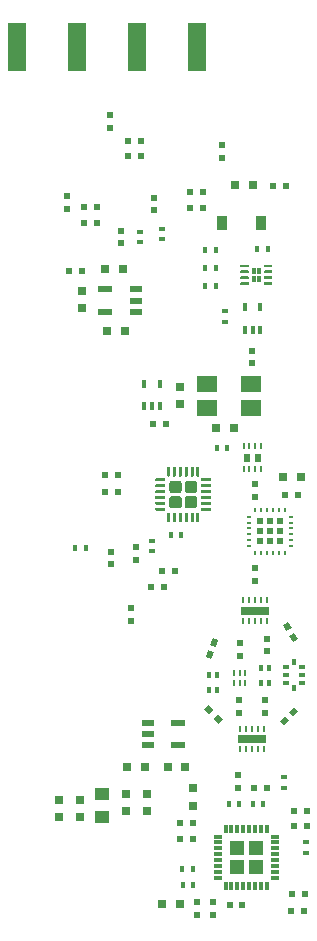
<source format=gbr>
G04 #@! TF.GenerationSoftware,KiCad,Pcbnew,(5.1.2)-2*
G04 #@! TF.CreationDate,2019-10-02T12:28:31-07:00*
G04 #@! TF.ProjectId,violet,76696f6c-6574-42e6-9b69-6361645f7063,rev?*
G04 #@! TF.SameCoordinates,Original*
G04 #@! TF.FileFunction,Paste,Bot*
G04 #@! TF.FilePolarity,Positive*
%FSLAX46Y46*%
G04 Gerber Fmt 4.6, Leading zero omitted, Abs format (unit mm)*
G04 Created by KiCad (PCBNEW (5.1.2)-2) date 2019-10-02 12:28:31*
%MOMM*%
%LPD*%
G04 APERTURE LIST*
%ADD10R,0.600000X0.600000*%
%ADD11R,0.250000X0.400000*%
%ADD12R,0.400000X0.250000*%
%ADD13R,0.528000X0.636000*%
%ADD14R,0.280000X0.500000*%
%ADD15R,2.400000X0.760000*%
%ADD16R,0.250000X0.550000*%
%ADD17R,1.250000X0.600000*%
%ADD18R,1.050000X0.600000*%
%ADD19R,0.400000X0.800000*%
%ADD20R,0.400000X0.500000*%
%ADD21R,0.350000X0.600000*%
%ADD22R,0.600000X0.350000*%
%ADD23R,1.300000X1.300000*%
%ADD24R,0.300000X0.800000*%
%ADD25R,0.800000X0.300000*%
%ADD26R,0.500000X0.600000*%
%ADD27R,0.600000X0.500000*%
%ADD28C,0.500000*%
%ADD29C,0.100000*%
%ADD30R,0.800000X0.750000*%
%ADD31R,0.750000X0.800000*%
%ADD32R,1.520000X4.060000*%
%ADD33R,0.600000X0.400000*%
%ADD34R,0.400000X0.600000*%
%ADD35R,0.400000X0.650000*%
%ADD36C,0.250000*%
%ADD37C,0.360000*%
%ADD38C,1.050000*%
%ADD39R,1.700000X1.400000*%
%ADD40R,0.900000X1.200000*%
%ADD41R,1.250000X1.000000*%
G04 APERTURE END LIST*
D10*
X65190000Y-112140100D03*
X65190000Y-110440100D03*
X65190000Y-111290100D03*
X66040000Y-110440100D03*
X66040000Y-112140100D03*
X66890000Y-112140100D03*
X66890000Y-110440100D03*
X66890000Y-111290100D03*
X66040000Y-111290100D03*
D11*
X64790000Y-113090100D03*
X65290000Y-113090100D03*
X65790000Y-113090100D03*
X67290000Y-113090100D03*
X66790000Y-113090100D03*
X66290000Y-113090100D03*
X64790000Y-109490100D03*
X65290000Y-109490100D03*
X65790000Y-109490100D03*
X67290000Y-109490100D03*
X66790000Y-109490100D03*
X66290000Y-109490100D03*
D12*
X67840000Y-110040100D03*
X67840000Y-110540100D03*
X67840000Y-112540100D03*
X67840000Y-112040100D03*
X67840000Y-111540100D03*
X67840000Y-111040100D03*
X64240000Y-110040100D03*
X64240000Y-110540100D03*
X64240000Y-111040100D03*
X64240000Y-112540100D03*
X64240000Y-112040100D03*
X64240000Y-111540100D03*
D13*
X64989600Y-105041700D03*
X64109600Y-105041700D03*
D14*
X65299600Y-104091700D03*
X64799600Y-104091700D03*
X64299600Y-104091700D03*
X63799600Y-104091700D03*
X63799600Y-105991700D03*
X64299600Y-105991700D03*
X64799600Y-105991700D03*
X65299600Y-105991700D03*
D15*
X64770000Y-117995700D03*
D16*
X65770000Y-117120700D03*
X65270000Y-117120700D03*
X64770000Y-117120700D03*
X64270000Y-117120700D03*
X63770000Y-117120700D03*
X63770000Y-118870700D03*
X64270000Y-118870700D03*
X64770000Y-118870700D03*
X65270000Y-118870700D03*
X65770000Y-118870700D03*
D15*
X64516000Y-128866900D03*
D16*
X63516000Y-129741900D03*
X64016000Y-129741900D03*
X64516000Y-129741900D03*
X65016000Y-129741900D03*
X65516000Y-129741900D03*
X65516000Y-127991900D03*
X65016000Y-127991900D03*
X64516000Y-127991900D03*
X64016000Y-127991900D03*
X63516000Y-127991900D03*
D17*
X52060800Y-90794800D03*
X52060800Y-92694800D03*
D18*
X54660800Y-92694800D03*
X54660800Y-91744800D03*
X54660800Y-90794800D03*
D19*
X55382400Y-98770400D03*
X56682400Y-98770400D03*
X55382400Y-100670400D03*
X56682400Y-100670400D03*
X56032400Y-100670400D03*
D17*
X58276800Y-129387600D03*
X58276800Y-127487600D03*
D18*
X55676800Y-127487600D03*
X55676800Y-128437600D03*
X55676800Y-129387600D03*
D16*
X63957200Y-123291700D03*
X63457200Y-123291700D03*
X62957200Y-123291700D03*
X62957200Y-124091700D03*
X63457200Y-124091700D03*
X63957200Y-124091700D03*
D20*
X61564000Y-124691700D03*
X61564000Y-123441700D03*
X60864000Y-123441700D03*
X60864000Y-124691700D03*
X65983600Y-124082100D03*
X65983600Y-122832100D03*
X65283600Y-122832100D03*
X65283600Y-124082100D03*
D21*
X68072000Y-124551300D03*
X68072000Y-122311300D03*
D22*
X68772000Y-124081300D03*
X68772000Y-123431300D03*
X68772000Y-122781300D03*
X67372000Y-122781300D03*
X67372000Y-123431300D03*
X67372000Y-124081300D03*
D23*
X63220700Y-138074500D03*
X64820700Y-139674500D03*
X63220700Y-139674500D03*
X64820700Y-138074500D03*
D24*
X62270700Y-141274500D03*
X62770700Y-141274500D03*
X63270700Y-141274500D03*
X63770700Y-141274500D03*
X64270700Y-141274500D03*
X64770700Y-141274500D03*
X65270700Y-141274500D03*
X65770700Y-141274500D03*
D25*
X66420700Y-140624500D03*
X66420700Y-140124500D03*
X66420700Y-139624500D03*
X66420700Y-139124500D03*
X66420700Y-138624500D03*
X66420700Y-138124500D03*
X66420700Y-137624500D03*
X66420700Y-137124500D03*
D24*
X65770700Y-136474500D03*
X65270700Y-136474500D03*
X64770700Y-136474500D03*
X64270700Y-136474500D03*
X63770700Y-136474500D03*
X63270700Y-136474500D03*
X62770700Y-136474500D03*
X62270700Y-136474500D03*
D25*
X61620700Y-137124500D03*
X61620700Y-137624500D03*
X61620700Y-138124500D03*
X61620700Y-138624500D03*
X61620700Y-139124500D03*
X61620700Y-139624500D03*
X61620700Y-140124500D03*
X61620700Y-140624500D03*
D26*
X63360300Y-132985600D03*
X63360300Y-131885600D03*
X64770000Y-115497700D03*
X64770000Y-114397700D03*
D27*
X69130000Y-134937500D03*
X68030000Y-134937500D03*
X69130000Y-136232900D03*
X68030000Y-136232900D03*
X67864900Y-141998700D03*
X68964900Y-141998700D03*
X58441500Y-135978900D03*
X59541500Y-135978900D03*
X58441500Y-137287000D03*
X59541500Y-137287000D03*
D26*
X61175900Y-143755200D03*
X61175900Y-142655200D03*
X59842400Y-143767900D03*
X59842400Y-142667900D03*
X65582800Y-126622900D03*
X65582800Y-125522900D03*
X63449200Y-126673700D03*
X63449200Y-125573700D03*
D28*
X67276691Y-127325409D03*
D29*
G36*
X67312046Y-126936500D02*
G01*
X67665600Y-127290054D01*
X67241336Y-127714318D01*
X66887782Y-127360764D01*
X67312046Y-126936500D01*
X67312046Y-126936500D01*
G37*
D28*
X68054509Y-126547591D03*
D29*
G36*
X68089864Y-126158682D02*
G01*
X68443418Y-126512236D01*
X68019154Y-126936500D01*
X67665600Y-126582946D01*
X68089864Y-126158682D01*
X68089864Y-126158682D01*
G37*
D28*
X61653709Y-127173009D03*
D29*
G36*
X61264800Y-127137654D02*
G01*
X61618354Y-126784100D01*
X62042618Y-127208364D01*
X61689064Y-127561918D01*
X61264800Y-127137654D01*
X61264800Y-127137654D01*
G37*
D28*
X60875891Y-126395191D03*
D29*
G36*
X60486982Y-126359836D02*
G01*
X60840536Y-126006282D01*
X61264800Y-126430546D01*
X60911246Y-126784100D01*
X60486982Y-126359836D01*
X60486982Y-126359836D01*
G37*
D28*
X60949689Y-121712931D03*
D29*
G36*
X60817372Y-121345518D02*
G01*
X61287218Y-121516528D01*
X61082006Y-122080344D01*
X60612160Y-121909334D01*
X60817372Y-121345518D01*
X60817372Y-121345518D01*
G37*
D28*
X61325911Y-120679269D03*
D29*
G36*
X61193594Y-120311856D02*
G01*
X61663440Y-120482866D01*
X61458228Y-121046682D01*
X60988382Y-120875672D01*
X61193594Y-120311856D01*
X61193594Y-120311856D01*
G37*
D26*
X63500000Y-121805700D03*
X63500000Y-120705700D03*
D28*
X68042200Y-120275414D03*
D29*
G36*
X67675694Y-120140606D02*
G01*
X68108706Y-119890606D01*
X68408706Y-120410222D01*
X67975694Y-120660222D01*
X67675694Y-120140606D01*
X67675694Y-120140606D01*
G37*
D28*
X67492200Y-119322786D03*
D29*
G36*
X67125694Y-119187978D02*
G01*
X67558706Y-118937978D01*
X67858706Y-119457594D01*
X67425694Y-119707594D01*
X67125694Y-119187978D01*
X67125694Y-119187978D01*
G37*
D26*
X65786000Y-121454000D03*
X65786000Y-120354000D03*
D27*
X68368000Y-108216700D03*
X67268000Y-108216700D03*
D26*
X64795400Y-108334900D03*
X64795400Y-107234900D03*
D30*
X68656200Y-106692700D03*
X67156200Y-106692700D03*
D26*
X48818800Y-84014400D03*
X48818800Y-82914400D03*
X61976000Y-79645600D03*
X61976000Y-78545600D03*
D27*
X50250000Y-83820000D03*
X51350000Y-83820000D03*
X50250000Y-85191600D03*
X51350000Y-85191600D03*
X60332800Y-82550000D03*
X59232800Y-82550000D03*
X60341600Y-83870800D03*
X59241600Y-83870800D03*
D26*
X52476400Y-77165200D03*
X52476400Y-76065200D03*
D27*
X54009200Y-79502000D03*
X55109200Y-79502000D03*
X54009200Y-78206600D03*
X55109200Y-78206600D03*
D26*
X56184800Y-83016000D03*
X56184800Y-84116000D03*
X53441600Y-86910000D03*
X53441600Y-85810000D03*
D27*
X57242800Y-102209600D03*
X56142800Y-102209600D03*
D31*
X58420000Y-100521200D03*
X58420000Y-99021200D03*
D26*
X64516000Y-97070000D03*
X64516000Y-95970000D03*
D27*
X67402800Y-82042000D03*
X66302800Y-82042000D03*
X48980000Y-89255600D03*
X50080000Y-89255600D03*
X57954000Y-114655600D03*
X56854000Y-114655600D03*
X57090400Y-115976400D03*
X55990400Y-115976400D03*
D26*
X54305200Y-118905200D03*
X54305200Y-117805200D03*
X54711600Y-112641200D03*
X54711600Y-113741200D03*
X52578000Y-112988000D03*
X52578000Y-114088000D03*
D27*
X53187600Y-106476800D03*
X52087600Y-106476800D03*
X53178800Y-107950000D03*
X52078800Y-107950000D03*
D30*
X53910800Y-131216400D03*
X55410800Y-131216400D03*
D31*
X48133000Y-133997000D03*
X48133000Y-135497000D03*
X49911000Y-133997000D03*
X49911000Y-135497000D03*
D30*
X57365200Y-131216400D03*
X58865200Y-131216400D03*
D31*
X53848000Y-134989000D03*
X53848000Y-133489000D03*
X55626000Y-134989000D03*
X55626000Y-133489000D03*
D30*
X52234400Y-94284800D03*
X53734400Y-94284800D03*
X53582000Y-89052400D03*
X52082000Y-89052400D03*
D31*
X59537600Y-133031800D03*
X59537600Y-134531800D03*
D30*
X63105600Y-81991200D03*
X64605600Y-81991200D03*
D31*
X50139600Y-90893200D03*
X50139600Y-92393200D03*
D32*
X59817000Y-70231000D03*
X54737000Y-70231000D03*
X49657000Y-70231000D03*
X44577000Y-70231000D03*
D33*
X67208400Y-132074500D03*
X67208400Y-132974500D03*
D34*
X58630400Y-141249400D03*
X59530400Y-141249400D03*
X58617700Y-139852400D03*
X59517700Y-139852400D03*
D33*
X69049900Y-138473600D03*
X69049900Y-137573600D03*
D34*
X63429300Y-134391400D03*
X62529300Y-134391400D03*
X61526000Y-104190800D03*
X62426000Y-104190800D03*
D33*
X56896000Y-85656000D03*
X56896000Y-86556000D03*
X55067200Y-85918601D03*
X55067200Y-86818601D03*
X62230000Y-93566400D03*
X62230000Y-92666400D03*
D34*
X61468000Y-90474800D03*
X60568000Y-90474800D03*
X61460800Y-88950800D03*
X60560800Y-88950800D03*
X61460800Y-87477600D03*
X60560800Y-87477600D03*
X65829600Y-87376000D03*
X64929600Y-87376000D03*
D33*
X56083200Y-112972000D03*
X56083200Y-112072000D03*
D34*
X49537200Y-112674400D03*
X50437200Y-112674400D03*
X57621600Y-111556800D03*
X58521600Y-111556800D03*
D35*
X65216800Y-92318800D03*
X63916800Y-92318800D03*
X64566800Y-94218800D03*
X63916800Y-94218800D03*
X65216800Y-94218800D03*
D29*
G36*
X66181226Y-90189701D02*
G01*
X66187293Y-90190601D01*
X66193243Y-90192091D01*
X66199018Y-90194158D01*
X66204562Y-90196780D01*
X66209823Y-90199933D01*
X66214750Y-90203587D01*
X66219294Y-90207706D01*
X66223413Y-90212250D01*
X66227067Y-90217177D01*
X66230220Y-90222438D01*
X66232842Y-90227982D01*
X66234909Y-90233757D01*
X66236399Y-90239707D01*
X66237299Y-90245774D01*
X66237600Y-90251900D01*
X66237600Y-90376900D01*
X66237299Y-90383026D01*
X66236399Y-90389093D01*
X66234909Y-90395043D01*
X66232842Y-90400818D01*
X66230220Y-90406362D01*
X66227067Y-90411623D01*
X66223413Y-90416550D01*
X66219294Y-90421094D01*
X66214750Y-90425213D01*
X66209823Y-90428867D01*
X66204562Y-90432020D01*
X66199018Y-90434642D01*
X66193243Y-90436709D01*
X66187293Y-90438199D01*
X66181226Y-90439099D01*
X66175100Y-90439400D01*
X65600100Y-90439400D01*
X65593974Y-90439099D01*
X65587907Y-90438199D01*
X65581957Y-90436709D01*
X65576182Y-90434642D01*
X65570638Y-90432020D01*
X65565377Y-90428867D01*
X65560450Y-90425213D01*
X65555906Y-90421094D01*
X65551787Y-90416550D01*
X65548133Y-90411623D01*
X65544980Y-90406362D01*
X65542358Y-90400818D01*
X65540291Y-90395043D01*
X65538801Y-90389093D01*
X65537901Y-90383026D01*
X65537600Y-90376900D01*
X65537600Y-90251900D01*
X65537901Y-90245774D01*
X65538801Y-90239707D01*
X65540291Y-90233757D01*
X65542358Y-90227982D01*
X65544980Y-90222438D01*
X65548133Y-90217177D01*
X65551787Y-90212250D01*
X65555906Y-90207706D01*
X65560450Y-90203587D01*
X65565377Y-90199933D01*
X65570638Y-90196780D01*
X65576182Y-90194158D01*
X65581957Y-90192091D01*
X65587907Y-90190601D01*
X65593974Y-90189701D01*
X65600100Y-90189400D01*
X66175100Y-90189400D01*
X66181226Y-90189701D01*
X66181226Y-90189701D01*
G37*
D36*
X65887600Y-90314400D03*
D29*
G36*
X66181226Y-89689701D02*
G01*
X66187293Y-89690601D01*
X66193243Y-89692091D01*
X66199018Y-89694158D01*
X66204562Y-89696780D01*
X66209823Y-89699933D01*
X66214750Y-89703587D01*
X66219294Y-89707706D01*
X66223413Y-89712250D01*
X66227067Y-89717177D01*
X66230220Y-89722438D01*
X66232842Y-89727982D01*
X66234909Y-89733757D01*
X66236399Y-89739707D01*
X66237299Y-89745774D01*
X66237600Y-89751900D01*
X66237600Y-89876900D01*
X66237299Y-89883026D01*
X66236399Y-89889093D01*
X66234909Y-89895043D01*
X66232842Y-89900818D01*
X66230220Y-89906362D01*
X66227067Y-89911623D01*
X66223413Y-89916550D01*
X66219294Y-89921094D01*
X66214750Y-89925213D01*
X66209823Y-89928867D01*
X66204562Y-89932020D01*
X66199018Y-89934642D01*
X66193243Y-89936709D01*
X66187293Y-89938199D01*
X66181226Y-89939099D01*
X66175100Y-89939400D01*
X65600100Y-89939400D01*
X65593974Y-89939099D01*
X65587907Y-89938199D01*
X65581957Y-89936709D01*
X65576182Y-89934642D01*
X65570638Y-89932020D01*
X65565377Y-89928867D01*
X65560450Y-89925213D01*
X65555906Y-89921094D01*
X65551787Y-89916550D01*
X65548133Y-89911623D01*
X65544980Y-89906362D01*
X65542358Y-89900818D01*
X65540291Y-89895043D01*
X65538801Y-89889093D01*
X65537901Y-89883026D01*
X65537600Y-89876900D01*
X65537600Y-89751900D01*
X65537901Y-89745774D01*
X65538801Y-89739707D01*
X65540291Y-89733757D01*
X65542358Y-89727982D01*
X65544980Y-89722438D01*
X65548133Y-89717177D01*
X65551787Y-89712250D01*
X65555906Y-89707706D01*
X65560450Y-89703587D01*
X65565377Y-89699933D01*
X65570638Y-89696780D01*
X65576182Y-89694158D01*
X65581957Y-89692091D01*
X65587907Y-89690601D01*
X65593974Y-89689701D01*
X65600100Y-89689400D01*
X66175100Y-89689400D01*
X66181226Y-89689701D01*
X66181226Y-89689701D01*
G37*
D36*
X65887600Y-89814400D03*
D29*
G36*
X66181226Y-89189701D02*
G01*
X66187293Y-89190601D01*
X66193243Y-89192091D01*
X66199018Y-89194158D01*
X66204562Y-89196780D01*
X66209823Y-89199933D01*
X66214750Y-89203587D01*
X66219294Y-89207706D01*
X66223413Y-89212250D01*
X66227067Y-89217177D01*
X66230220Y-89222438D01*
X66232842Y-89227982D01*
X66234909Y-89233757D01*
X66236399Y-89239707D01*
X66237299Y-89245774D01*
X66237600Y-89251900D01*
X66237600Y-89376900D01*
X66237299Y-89383026D01*
X66236399Y-89389093D01*
X66234909Y-89395043D01*
X66232842Y-89400818D01*
X66230220Y-89406362D01*
X66227067Y-89411623D01*
X66223413Y-89416550D01*
X66219294Y-89421094D01*
X66214750Y-89425213D01*
X66209823Y-89428867D01*
X66204562Y-89432020D01*
X66199018Y-89434642D01*
X66193243Y-89436709D01*
X66187293Y-89438199D01*
X66181226Y-89439099D01*
X66175100Y-89439400D01*
X65600100Y-89439400D01*
X65593974Y-89439099D01*
X65587907Y-89438199D01*
X65581957Y-89436709D01*
X65576182Y-89434642D01*
X65570638Y-89432020D01*
X65565377Y-89428867D01*
X65560450Y-89425213D01*
X65555906Y-89421094D01*
X65551787Y-89416550D01*
X65548133Y-89411623D01*
X65544980Y-89406362D01*
X65542358Y-89400818D01*
X65540291Y-89395043D01*
X65538801Y-89389093D01*
X65537901Y-89383026D01*
X65537600Y-89376900D01*
X65537600Y-89251900D01*
X65537901Y-89245774D01*
X65538801Y-89239707D01*
X65540291Y-89233757D01*
X65542358Y-89227982D01*
X65544980Y-89222438D01*
X65548133Y-89217177D01*
X65551787Y-89212250D01*
X65555906Y-89207706D01*
X65560450Y-89203587D01*
X65565377Y-89199933D01*
X65570638Y-89196780D01*
X65576182Y-89194158D01*
X65581957Y-89192091D01*
X65587907Y-89190601D01*
X65593974Y-89189701D01*
X65600100Y-89189400D01*
X66175100Y-89189400D01*
X66181226Y-89189701D01*
X66181226Y-89189701D01*
G37*
D36*
X65887600Y-89314400D03*
D29*
G36*
X66181226Y-88689701D02*
G01*
X66187293Y-88690601D01*
X66193243Y-88692091D01*
X66199018Y-88694158D01*
X66204562Y-88696780D01*
X66209823Y-88699933D01*
X66214750Y-88703587D01*
X66219294Y-88707706D01*
X66223413Y-88712250D01*
X66227067Y-88717177D01*
X66230220Y-88722438D01*
X66232842Y-88727982D01*
X66234909Y-88733757D01*
X66236399Y-88739707D01*
X66237299Y-88745774D01*
X66237600Y-88751900D01*
X66237600Y-88876900D01*
X66237299Y-88883026D01*
X66236399Y-88889093D01*
X66234909Y-88895043D01*
X66232842Y-88900818D01*
X66230220Y-88906362D01*
X66227067Y-88911623D01*
X66223413Y-88916550D01*
X66219294Y-88921094D01*
X66214750Y-88925213D01*
X66209823Y-88928867D01*
X66204562Y-88932020D01*
X66199018Y-88934642D01*
X66193243Y-88936709D01*
X66187293Y-88938199D01*
X66181226Y-88939099D01*
X66175100Y-88939400D01*
X65600100Y-88939400D01*
X65593974Y-88939099D01*
X65587907Y-88938199D01*
X65581957Y-88936709D01*
X65576182Y-88934642D01*
X65570638Y-88932020D01*
X65565377Y-88928867D01*
X65560450Y-88925213D01*
X65555906Y-88921094D01*
X65551787Y-88916550D01*
X65548133Y-88911623D01*
X65544980Y-88906362D01*
X65542358Y-88900818D01*
X65540291Y-88895043D01*
X65538801Y-88889093D01*
X65537901Y-88883026D01*
X65537600Y-88876900D01*
X65537600Y-88751900D01*
X65537901Y-88745774D01*
X65538801Y-88739707D01*
X65540291Y-88733757D01*
X65542358Y-88727982D01*
X65544980Y-88722438D01*
X65548133Y-88717177D01*
X65551787Y-88712250D01*
X65555906Y-88707706D01*
X65560450Y-88703587D01*
X65565377Y-88699933D01*
X65570638Y-88696780D01*
X65576182Y-88694158D01*
X65581957Y-88692091D01*
X65587907Y-88690601D01*
X65593974Y-88689701D01*
X65600100Y-88689400D01*
X66175100Y-88689400D01*
X66181226Y-88689701D01*
X66181226Y-88689701D01*
G37*
D36*
X65887600Y-88814400D03*
D29*
G36*
X64181226Y-88689701D02*
G01*
X64187293Y-88690601D01*
X64193243Y-88692091D01*
X64199018Y-88694158D01*
X64204562Y-88696780D01*
X64209823Y-88699933D01*
X64214750Y-88703587D01*
X64219294Y-88707706D01*
X64223413Y-88712250D01*
X64227067Y-88717177D01*
X64230220Y-88722438D01*
X64232842Y-88727982D01*
X64234909Y-88733757D01*
X64236399Y-88739707D01*
X64237299Y-88745774D01*
X64237600Y-88751900D01*
X64237600Y-88876900D01*
X64237299Y-88883026D01*
X64236399Y-88889093D01*
X64234909Y-88895043D01*
X64232842Y-88900818D01*
X64230220Y-88906362D01*
X64227067Y-88911623D01*
X64223413Y-88916550D01*
X64219294Y-88921094D01*
X64214750Y-88925213D01*
X64209823Y-88928867D01*
X64204562Y-88932020D01*
X64199018Y-88934642D01*
X64193243Y-88936709D01*
X64187293Y-88938199D01*
X64181226Y-88939099D01*
X64175100Y-88939400D01*
X63600100Y-88939400D01*
X63593974Y-88939099D01*
X63587907Y-88938199D01*
X63581957Y-88936709D01*
X63576182Y-88934642D01*
X63570638Y-88932020D01*
X63565377Y-88928867D01*
X63560450Y-88925213D01*
X63555906Y-88921094D01*
X63551787Y-88916550D01*
X63548133Y-88911623D01*
X63544980Y-88906362D01*
X63542358Y-88900818D01*
X63540291Y-88895043D01*
X63538801Y-88889093D01*
X63537901Y-88883026D01*
X63537600Y-88876900D01*
X63537600Y-88751900D01*
X63537901Y-88745774D01*
X63538801Y-88739707D01*
X63540291Y-88733757D01*
X63542358Y-88727982D01*
X63544980Y-88722438D01*
X63548133Y-88717177D01*
X63551787Y-88712250D01*
X63555906Y-88707706D01*
X63560450Y-88703587D01*
X63565377Y-88699933D01*
X63570638Y-88696780D01*
X63576182Y-88694158D01*
X63581957Y-88692091D01*
X63587907Y-88690601D01*
X63593974Y-88689701D01*
X63600100Y-88689400D01*
X64175100Y-88689400D01*
X64181226Y-88689701D01*
X64181226Y-88689701D01*
G37*
D36*
X63887600Y-88814400D03*
D29*
G36*
X64181226Y-89189701D02*
G01*
X64187293Y-89190601D01*
X64193243Y-89192091D01*
X64199018Y-89194158D01*
X64204562Y-89196780D01*
X64209823Y-89199933D01*
X64214750Y-89203587D01*
X64219294Y-89207706D01*
X64223413Y-89212250D01*
X64227067Y-89217177D01*
X64230220Y-89222438D01*
X64232842Y-89227982D01*
X64234909Y-89233757D01*
X64236399Y-89239707D01*
X64237299Y-89245774D01*
X64237600Y-89251900D01*
X64237600Y-89376900D01*
X64237299Y-89383026D01*
X64236399Y-89389093D01*
X64234909Y-89395043D01*
X64232842Y-89400818D01*
X64230220Y-89406362D01*
X64227067Y-89411623D01*
X64223413Y-89416550D01*
X64219294Y-89421094D01*
X64214750Y-89425213D01*
X64209823Y-89428867D01*
X64204562Y-89432020D01*
X64199018Y-89434642D01*
X64193243Y-89436709D01*
X64187293Y-89438199D01*
X64181226Y-89439099D01*
X64175100Y-89439400D01*
X63600100Y-89439400D01*
X63593974Y-89439099D01*
X63587907Y-89438199D01*
X63581957Y-89436709D01*
X63576182Y-89434642D01*
X63570638Y-89432020D01*
X63565377Y-89428867D01*
X63560450Y-89425213D01*
X63555906Y-89421094D01*
X63551787Y-89416550D01*
X63548133Y-89411623D01*
X63544980Y-89406362D01*
X63542358Y-89400818D01*
X63540291Y-89395043D01*
X63538801Y-89389093D01*
X63537901Y-89383026D01*
X63537600Y-89376900D01*
X63537600Y-89251900D01*
X63537901Y-89245774D01*
X63538801Y-89239707D01*
X63540291Y-89233757D01*
X63542358Y-89227982D01*
X63544980Y-89222438D01*
X63548133Y-89217177D01*
X63551787Y-89212250D01*
X63555906Y-89207706D01*
X63560450Y-89203587D01*
X63565377Y-89199933D01*
X63570638Y-89196780D01*
X63576182Y-89194158D01*
X63581957Y-89192091D01*
X63587907Y-89190601D01*
X63593974Y-89189701D01*
X63600100Y-89189400D01*
X64175100Y-89189400D01*
X64181226Y-89189701D01*
X64181226Y-89189701D01*
G37*
D36*
X63887600Y-89314400D03*
D29*
G36*
X64181226Y-89689701D02*
G01*
X64187293Y-89690601D01*
X64193243Y-89692091D01*
X64199018Y-89694158D01*
X64204562Y-89696780D01*
X64209823Y-89699933D01*
X64214750Y-89703587D01*
X64219294Y-89707706D01*
X64223413Y-89712250D01*
X64227067Y-89717177D01*
X64230220Y-89722438D01*
X64232842Y-89727982D01*
X64234909Y-89733757D01*
X64236399Y-89739707D01*
X64237299Y-89745774D01*
X64237600Y-89751900D01*
X64237600Y-89876900D01*
X64237299Y-89883026D01*
X64236399Y-89889093D01*
X64234909Y-89895043D01*
X64232842Y-89900818D01*
X64230220Y-89906362D01*
X64227067Y-89911623D01*
X64223413Y-89916550D01*
X64219294Y-89921094D01*
X64214750Y-89925213D01*
X64209823Y-89928867D01*
X64204562Y-89932020D01*
X64199018Y-89934642D01*
X64193243Y-89936709D01*
X64187293Y-89938199D01*
X64181226Y-89939099D01*
X64175100Y-89939400D01*
X63600100Y-89939400D01*
X63593974Y-89939099D01*
X63587907Y-89938199D01*
X63581957Y-89936709D01*
X63576182Y-89934642D01*
X63570638Y-89932020D01*
X63565377Y-89928867D01*
X63560450Y-89925213D01*
X63555906Y-89921094D01*
X63551787Y-89916550D01*
X63548133Y-89911623D01*
X63544980Y-89906362D01*
X63542358Y-89900818D01*
X63540291Y-89895043D01*
X63538801Y-89889093D01*
X63537901Y-89883026D01*
X63537600Y-89876900D01*
X63537600Y-89751900D01*
X63537901Y-89745774D01*
X63538801Y-89739707D01*
X63540291Y-89733757D01*
X63542358Y-89727982D01*
X63544980Y-89722438D01*
X63548133Y-89717177D01*
X63551787Y-89712250D01*
X63555906Y-89707706D01*
X63560450Y-89703587D01*
X63565377Y-89699933D01*
X63570638Y-89696780D01*
X63576182Y-89694158D01*
X63581957Y-89692091D01*
X63587907Y-89690601D01*
X63593974Y-89689701D01*
X63600100Y-89689400D01*
X64175100Y-89689400D01*
X64181226Y-89689701D01*
X64181226Y-89689701D01*
G37*
D36*
X63887600Y-89814400D03*
D29*
G36*
X64181226Y-90189701D02*
G01*
X64187293Y-90190601D01*
X64193243Y-90192091D01*
X64199018Y-90194158D01*
X64204562Y-90196780D01*
X64209823Y-90199933D01*
X64214750Y-90203587D01*
X64219294Y-90207706D01*
X64223413Y-90212250D01*
X64227067Y-90217177D01*
X64230220Y-90222438D01*
X64232842Y-90227982D01*
X64234909Y-90233757D01*
X64236399Y-90239707D01*
X64237299Y-90245774D01*
X64237600Y-90251900D01*
X64237600Y-90376900D01*
X64237299Y-90383026D01*
X64236399Y-90389093D01*
X64234909Y-90395043D01*
X64232842Y-90400818D01*
X64230220Y-90406362D01*
X64227067Y-90411623D01*
X64223413Y-90416550D01*
X64219294Y-90421094D01*
X64214750Y-90425213D01*
X64209823Y-90428867D01*
X64204562Y-90432020D01*
X64199018Y-90434642D01*
X64193243Y-90436709D01*
X64187293Y-90438199D01*
X64181226Y-90439099D01*
X64175100Y-90439400D01*
X63600100Y-90439400D01*
X63593974Y-90439099D01*
X63587907Y-90438199D01*
X63581957Y-90436709D01*
X63576182Y-90434642D01*
X63570638Y-90432020D01*
X63565377Y-90428867D01*
X63560450Y-90425213D01*
X63555906Y-90421094D01*
X63551787Y-90416550D01*
X63548133Y-90411623D01*
X63544980Y-90406362D01*
X63542358Y-90400818D01*
X63540291Y-90395043D01*
X63538801Y-90389093D01*
X63537901Y-90383026D01*
X63537600Y-90376900D01*
X63537600Y-90251900D01*
X63537901Y-90245774D01*
X63538801Y-90239707D01*
X63540291Y-90233757D01*
X63542358Y-90227982D01*
X63544980Y-90222438D01*
X63548133Y-90217177D01*
X63551787Y-90212250D01*
X63555906Y-90207706D01*
X63560450Y-90203587D01*
X63565377Y-90199933D01*
X63570638Y-90196780D01*
X63576182Y-90194158D01*
X63581957Y-90192091D01*
X63587907Y-90190601D01*
X63593974Y-90189701D01*
X63600100Y-90189400D01*
X64175100Y-90189400D01*
X64181226Y-90189701D01*
X64181226Y-90189701D01*
G37*
D36*
X63887600Y-90314400D03*
D29*
G36*
X65211422Y-88979833D02*
G01*
X65220158Y-88981129D01*
X65228726Y-88983275D01*
X65237042Y-88986251D01*
X65245026Y-88990027D01*
X65252601Y-88994568D01*
X65259695Y-88999829D01*
X65266240Y-89005760D01*
X65272171Y-89012305D01*
X65277432Y-89019399D01*
X65281973Y-89026974D01*
X65285749Y-89034958D01*
X65288725Y-89043274D01*
X65290871Y-89051842D01*
X65292167Y-89060578D01*
X65292600Y-89069400D01*
X65292600Y-89409400D01*
X65292167Y-89418222D01*
X65290871Y-89426958D01*
X65288725Y-89435526D01*
X65285749Y-89443842D01*
X65281973Y-89451826D01*
X65277432Y-89459401D01*
X65272171Y-89466495D01*
X65266240Y-89473040D01*
X65259695Y-89478971D01*
X65252601Y-89484232D01*
X65245026Y-89488773D01*
X65237042Y-89492549D01*
X65228726Y-89495525D01*
X65220158Y-89497671D01*
X65211422Y-89498967D01*
X65202600Y-89499400D01*
X65022600Y-89499400D01*
X65013778Y-89498967D01*
X65005042Y-89497671D01*
X64996474Y-89495525D01*
X64988158Y-89492549D01*
X64980174Y-89488773D01*
X64972599Y-89484232D01*
X64965505Y-89478971D01*
X64958960Y-89473040D01*
X64953029Y-89466495D01*
X64947768Y-89459401D01*
X64943227Y-89451826D01*
X64939451Y-89443842D01*
X64936475Y-89435526D01*
X64934329Y-89426958D01*
X64933033Y-89418222D01*
X64932600Y-89409400D01*
X64932600Y-89069400D01*
X64933033Y-89060578D01*
X64934329Y-89051842D01*
X64936475Y-89043274D01*
X64939451Y-89034958D01*
X64943227Y-89026974D01*
X64947768Y-89019399D01*
X64953029Y-89012305D01*
X64958960Y-89005760D01*
X64965505Y-88999829D01*
X64972599Y-88994568D01*
X64980174Y-88990027D01*
X64988158Y-88986251D01*
X64996474Y-88983275D01*
X65005042Y-88981129D01*
X65013778Y-88979833D01*
X65022600Y-88979400D01*
X65202600Y-88979400D01*
X65211422Y-88979833D01*
X65211422Y-88979833D01*
G37*
D37*
X65112600Y-89239400D03*
D29*
G36*
X65211422Y-89629833D02*
G01*
X65220158Y-89631129D01*
X65228726Y-89633275D01*
X65237042Y-89636251D01*
X65245026Y-89640027D01*
X65252601Y-89644568D01*
X65259695Y-89649829D01*
X65266240Y-89655760D01*
X65272171Y-89662305D01*
X65277432Y-89669399D01*
X65281973Y-89676974D01*
X65285749Y-89684958D01*
X65288725Y-89693274D01*
X65290871Y-89701842D01*
X65292167Y-89710578D01*
X65292600Y-89719400D01*
X65292600Y-90059400D01*
X65292167Y-90068222D01*
X65290871Y-90076958D01*
X65288725Y-90085526D01*
X65285749Y-90093842D01*
X65281973Y-90101826D01*
X65277432Y-90109401D01*
X65272171Y-90116495D01*
X65266240Y-90123040D01*
X65259695Y-90128971D01*
X65252601Y-90134232D01*
X65245026Y-90138773D01*
X65237042Y-90142549D01*
X65228726Y-90145525D01*
X65220158Y-90147671D01*
X65211422Y-90148967D01*
X65202600Y-90149400D01*
X65022600Y-90149400D01*
X65013778Y-90148967D01*
X65005042Y-90147671D01*
X64996474Y-90145525D01*
X64988158Y-90142549D01*
X64980174Y-90138773D01*
X64972599Y-90134232D01*
X64965505Y-90128971D01*
X64958960Y-90123040D01*
X64953029Y-90116495D01*
X64947768Y-90109401D01*
X64943227Y-90101826D01*
X64939451Y-90093842D01*
X64936475Y-90085526D01*
X64934329Y-90076958D01*
X64933033Y-90068222D01*
X64932600Y-90059400D01*
X64932600Y-89719400D01*
X64933033Y-89710578D01*
X64934329Y-89701842D01*
X64936475Y-89693274D01*
X64939451Y-89684958D01*
X64943227Y-89676974D01*
X64947768Y-89669399D01*
X64953029Y-89662305D01*
X64958960Y-89655760D01*
X64965505Y-89649829D01*
X64972599Y-89644568D01*
X64980174Y-89640027D01*
X64988158Y-89636251D01*
X64996474Y-89633275D01*
X65005042Y-89631129D01*
X65013778Y-89629833D01*
X65022600Y-89629400D01*
X65202600Y-89629400D01*
X65211422Y-89629833D01*
X65211422Y-89629833D01*
G37*
D37*
X65112600Y-89889400D03*
D29*
G36*
X64761422Y-88979833D02*
G01*
X64770158Y-88981129D01*
X64778726Y-88983275D01*
X64787042Y-88986251D01*
X64795026Y-88990027D01*
X64802601Y-88994568D01*
X64809695Y-88999829D01*
X64816240Y-89005760D01*
X64822171Y-89012305D01*
X64827432Y-89019399D01*
X64831973Y-89026974D01*
X64835749Y-89034958D01*
X64838725Y-89043274D01*
X64840871Y-89051842D01*
X64842167Y-89060578D01*
X64842600Y-89069400D01*
X64842600Y-89409400D01*
X64842167Y-89418222D01*
X64840871Y-89426958D01*
X64838725Y-89435526D01*
X64835749Y-89443842D01*
X64831973Y-89451826D01*
X64827432Y-89459401D01*
X64822171Y-89466495D01*
X64816240Y-89473040D01*
X64809695Y-89478971D01*
X64802601Y-89484232D01*
X64795026Y-89488773D01*
X64787042Y-89492549D01*
X64778726Y-89495525D01*
X64770158Y-89497671D01*
X64761422Y-89498967D01*
X64752600Y-89499400D01*
X64572600Y-89499400D01*
X64563778Y-89498967D01*
X64555042Y-89497671D01*
X64546474Y-89495525D01*
X64538158Y-89492549D01*
X64530174Y-89488773D01*
X64522599Y-89484232D01*
X64515505Y-89478971D01*
X64508960Y-89473040D01*
X64503029Y-89466495D01*
X64497768Y-89459401D01*
X64493227Y-89451826D01*
X64489451Y-89443842D01*
X64486475Y-89435526D01*
X64484329Y-89426958D01*
X64483033Y-89418222D01*
X64482600Y-89409400D01*
X64482600Y-89069400D01*
X64483033Y-89060578D01*
X64484329Y-89051842D01*
X64486475Y-89043274D01*
X64489451Y-89034958D01*
X64493227Y-89026974D01*
X64497768Y-89019399D01*
X64503029Y-89012305D01*
X64508960Y-89005760D01*
X64515505Y-88999829D01*
X64522599Y-88994568D01*
X64530174Y-88990027D01*
X64538158Y-88986251D01*
X64546474Y-88983275D01*
X64555042Y-88981129D01*
X64563778Y-88979833D01*
X64572600Y-88979400D01*
X64752600Y-88979400D01*
X64761422Y-88979833D01*
X64761422Y-88979833D01*
G37*
D37*
X64662600Y-89239400D03*
D29*
G36*
X64761422Y-89629833D02*
G01*
X64770158Y-89631129D01*
X64778726Y-89633275D01*
X64787042Y-89636251D01*
X64795026Y-89640027D01*
X64802601Y-89644568D01*
X64809695Y-89649829D01*
X64816240Y-89655760D01*
X64822171Y-89662305D01*
X64827432Y-89669399D01*
X64831973Y-89676974D01*
X64835749Y-89684958D01*
X64838725Y-89693274D01*
X64840871Y-89701842D01*
X64842167Y-89710578D01*
X64842600Y-89719400D01*
X64842600Y-90059400D01*
X64842167Y-90068222D01*
X64840871Y-90076958D01*
X64838725Y-90085526D01*
X64835749Y-90093842D01*
X64831973Y-90101826D01*
X64827432Y-90109401D01*
X64822171Y-90116495D01*
X64816240Y-90123040D01*
X64809695Y-90128971D01*
X64802601Y-90134232D01*
X64795026Y-90138773D01*
X64787042Y-90142549D01*
X64778726Y-90145525D01*
X64770158Y-90147671D01*
X64761422Y-90148967D01*
X64752600Y-90149400D01*
X64572600Y-90149400D01*
X64563778Y-90148967D01*
X64555042Y-90147671D01*
X64546474Y-90145525D01*
X64538158Y-90142549D01*
X64530174Y-90138773D01*
X64522599Y-90134232D01*
X64515505Y-90128971D01*
X64508960Y-90123040D01*
X64503029Y-90116495D01*
X64497768Y-90109401D01*
X64493227Y-90101826D01*
X64489451Y-90093842D01*
X64486475Y-90085526D01*
X64484329Y-90076958D01*
X64483033Y-90068222D01*
X64482600Y-90059400D01*
X64482600Y-89719400D01*
X64483033Y-89710578D01*
X64484329Y-89701842D01*
X64486475Y-89693274D01*
X64489451Y-89684958D01*
X64493227Y-89676974D01*
X64497768Y-89669399D01*
X64503029Y-89662305D01*
X64508960Y-89655760D01*
X64515505Y-89649829D01*
X64522599Y-89644568D01*
X64530174Y-89640027D01*
X64538158Y-89636251D01*
X64546474Y-89633275D01*
X64555042Y-89631129D01*
X64563778Y-89629833D01*
X64572600Y-89629400D01*
X64752600Y-89629400D01*
X64761422Y-89629833D01*
X64761422Y-89629833D01*
G37*
D37*
X64662600Y-89889400D03*
D29*
G36*
X57503026Y-109688901D02*
G01*
X57509093Y-109689801D01*
X57515043Y-109691291D01*
X57520818Y-109693358D01*
X57526362Y-109695980D01*
X57531623Y-109699133D01*
X57536550Y-109702787D01*
X57541094Y-109706906D01*
X57545213Y-109711450D01*
X57548867Y-109716377D01*
X57552020Y-109721638D01*
X57554642Y-109727182D01*
X57556709Y-109732957D01*
X57558199Y-109738907D01*
X57559099Y-109744974D01*
X57559400Y-109751100D01*
X57559400Y-110451100D01*
X57559099Y-110457226D01*
X57558199Y-110463293D01*
X57556709Y-110469243D01*
X57554642Y-110475018D01*
X57552020Y-110480562D01*
X57548867Y-110485823D01*
X57545213Y-110490750D01*
X57541094Y-110495294D01*
X57536550Y-110499413D01*
X57531623Y-110503067D01*
X57526362Y-110506220D01*
X57520818Y-110508842D01*
X57515043Y-110510909D01*
X57509093Y-110512399D01*
X57503026Y-110513299D01*
X57496900Y-110513600D01*
X57371900Y-110513600D01*
X57365774Y-110513299D01*
X57359707Y-110512399D01*
X57353757Y-110510909D01*
X57347982Y-110508842D01*
X57342438Y-110506220D01*
X57337177Y-110503067D01*
X57332250Y-110499413D01*
X57327706Y-110495294D01*
X57323587Y-110490750D01*
X57319933Y-110485823D01*
X57316780Y-110480562D01*
X57314158Y-110475018D01*
X57312091Y-110469243D01*
X57310601Y-110463293D01*
X57309701Y-110457226D01*
X57309400Y-110451100D01*
X57309400Y-109751100D01*
X57309701Y-109744974D01*
X57310601Y-109738907D01*
X57312091Y-109732957D01*
X57314158Y-109727182D01*
X57316780Y-109721638D01*
X57319933Y-109716377D01*
X57323587Y-109711450D01*
X57327706Y-109706906D01*
X57332250Y-109702787D01*
X57337177Y-109699133D01*
X57342438Y-109695980D01*
X57347982Y-109693358D01*
X57353757Y-109691291D01*
X57359707Y-109689801D01*
X57365774Y-109688901D01*
X57371900Y-109688600D01*
X57496900Y-109688600D01*
X57503026Y-109688901D01*
X57503026Y-109688901D01*
G37*
D36*
X57434400Y-110101100D03*
D29*
G36*
X58003026Y-109688901D02*
G01*
X58009093Y-109689801D01*
X58015043Y-109691291D01*
X58020818Y-109693358D01*
X58026362Y-109695980D01*
X58031623Y-109699133D01*
X58036550Y-109702787D01*
X58041094Y-109706906D01*
X58045213Y-109711450D01*
X58048867Y-109716377D01*
X58052020Y-109721638D01*
X58054642Y-109727182D01*
X58056709Y-109732957D01*
X58058199Y-109738907D01*
X58059099Y-109744974D01*
X58059400Y-109751100D01*
X58059400Y-110451100D01*
X58059099Y-110457226D01*
X58058199Y-110463293D01*
X58056709Y-110469243D01*
X58054642Y-110475018D01*
X58052020Y-110480562D01*
X58048867Y-110485823D01*
X58045213Y-110490750D01*
X58041094Y-110495294D01*
X58036550Y-110499413D01*
X58031623Y-110503067D01*
X58026362Y-110506220D01*
X58020818Y-110508842D01*
X58015043Y-110510909D01*
X58009093Y-110512399D01*
X58003026Y-110513299D01*
X57996900Y-110513600D01*
X57871900Y-110513600D01*
X57865774Y-110513299D01*
X57859707Y-110512399D01*
X57853757Y-110510909D01*
X57847982Y-110508842D01*
X57842438Y-110506220D01*
X57837177Y-110503067D01*
X57832250Y-110499413D01*
X57827706Y-110495294D01*
X57823587Y-110490750D01*
X57819933Y-110485823D01*
X57816780Y-110480562D01*
X57814158Y-110475018D01*
X57812091Y-110469243D01*
X57810601Y-110463293D01*
X57809701Y-110457226D01*
X57809400Y-110451100D01*
X57809400Y-109751100D01*
X57809701Y-109744974D01*
X57810601Y-109738907D01*
X57812091Y-109732957D01*
X57814158Y-109727182D01*
X57816780Y-109721638D01*
X57819933Y-109716377D01*
X57823587Y-109711450D01*
X57827706Y-109706906D01*
X57832250Y-109702787D01*
X57837177Y-109699133D01*
X57842438Y-109695980D01*
X57847982Y-109693358D01*
X57853757Y-109691291D01*
X57859707Y-109689801D01*
X57865774Y-109688901D01*
X57871900Y-109688600D01*
X57996900Y-109688600D01*
X58003026Y-109688901D01*
X58003026Y-109688901D01*
G37*
D36*
X57934400Y-110101100D03*
D29*
G36*
X58503026Y-109688901D02*
G01*
X58509093Y-109689801D01*
X58515043Y-109691291D01*
X58520818Y-109693358D01*
X58526362Y-109695980D01*
X58531623Y-109699133D01*
X58536550Y-109702787D01*
X58541094Y-109706906D01*
X58545213Y-109711450D01*
X58548867Y-109716377D01*
X58552020Y-109721638D01*
X58554642Y-109727182D01*
X58556709Y-109732957D01*
X58558199Y-109738907D01*
X58559099Y-109744974D01*
X58559400Y-109751100D01*
X58559400Y-110451100D01*
X58559099Y-110457226D01*
X58558199Y-110463293D01*
X58556709Y-110469243D01*
X58554642Y-110475018D01*
X58552020Y-110480562D01*
X58548867Y-110485823D01*
X58545213Y-110490750D01*
X58541094Y-110495294D01*
X58536550Y-110499413D01*
X58531623Y-110503067D01*
X58526362Y-110506220D01*
X58520818Y-110508842D01*
X58515043Y-110510909D01*
X58509093Y-110512399D01*
X58503026Y-110513299D01*
X58496900Y-110513600D01*
X58371900Y-110513600D01*
X58365774Y-110513299D01*
X58359707Y-110512399D01*
X58353757Y-110510909D01*
X58347982Y-110508842D01*
X58342438Y-110506220D01*
X58337177Y-110503067D01*
X58332250Y-110499413D01*
X58327706Y-110495294D01*
X58323587Y-110490750D01*
X58319933Y-110485823D01*
X58316780Y-110480562D01*
X58314158Y-110475018D01*
X58312091Y-110469243D01*
X58310601Y-110463293D01*
X58309701Y-110457226D01*
X58309400Y-110451100D01*
X58309400Y-109751100D01*
X58309701Y-109744974D01*
X58310601Y-109738907D01*
X58312091Y-109732957D01*
X58314158Y-109727182D01*
X58316780Y-109721638D01*
X58319933Y-109716377D01*
X58323587Y-109711450D01*
X58327706Y-109706906D01*
X58332250Y-109702787D01*
X58337177Y-109699133D01*
X58342438Y-109695980D01*
X58347982Y-109693358D01*
X58353757Y-109691291D01*
X58359707Y-109689801D01*
X58365774Y-109688901D01*
X58371900Y-109688600D01*
X58496900Y-109688600D01*
X58503026Y-109688901D01*
X58503026Y-109688901D01*
G37*
D36*
X58434400Y-110101100D03*
D29*
G36*
X59003026Y-109688901D02*
G01*
X59009093Y-109689801D01*
X59015043Y-109691291D01*
X59020818Y-109693358D01*
X59026362Y-109695980D01*
X59031623Y-109699133D01*
X59036550Y-109702787D01*
X59041094Y-109706906D01*
X59045213Y-109711450D01*
X59048867Y-109716377D01*
X59052020Y-109721638D01*
X59054642Y-109727182D01*
X59056709Y-109732957D01*
X59058199Y-109738907D01*
X59059099Y-109744974D01*
X59059400Y-109751100D01*
X59059400Y-110451100D01*
X59059099Y-110457226D01*
X59058199Y-110463293D01*
X59056709Y-110469243D01*
X59054642Y-110475018D01*
X59052020Y-110480562D01*
X59048867Y-110485823D01*
X59045213Y-110490750D01*
X59041094Y-110495294D01*
X59036550Y-110499413D01*
X59031623Y-110503067D01*
X59026362Y-110506220D01*
X59020818Y-110508842D01*
X59015043Y-110510909D01*
X59009093Y-110512399D01*
X59003026Y-110513299D01*
X58996900Y-110513600D01*
X58871900Y-110513600D01*
X58865774Y-110513299D01*
X58859707Y-110512399D01*
X58853757Y-110510909D01*
X58847982Y-110508842D01*
X58842438Y-110506220D01*
X58837177Y-110503067D01*
X58832250Y-110499413D01*
X58827706Y-110495294D01*
X58823587Y-110490750D01*
X58819933Y-110485823D01*
X58816780Y-110480562D01*
X58814158Y-110475018D01*
X58812091Y-110469243D01*
X58810601Y-110463293D01*
X58809701Y-110457226D01*
X58809400Y-110451100D01*
X58809400Y-109751100D01*
X58809701Y-109744974D01*
X58810601Y-109738907D01*
X58812091Y-109732957D01*
X58814158Y-109727182D01*
X58816780Y-109721638D01*
X58819933Y-109716377D01*
X58823587Y-109711450D01*
X58827706Y-109706906D01*
X58832250Y-109702787D01*
X58837177Y-109699133D01*
X58842438Y-109695980D01*
X58847982Y-109693358D01*
X58853757Y-109691291D01*
X58859707Y-109689801D01*
X58865774Y-109688901D01*
X58871900Y-109688600D01*
X58996900Y-109688600D01*
X59003026Y-109688901D01*
X59003026Y-109688901D01*
G37*
D36*
X58934400Y-110101100D03*
D29*
G36*
X59503026Y-109688901D02*
G01*
X59509093Y-109689801D01*
X59515043Y-109691291D01*
X59520818Y-109693358D01*
X59526362Y-109695980D01*
X59531623Y-109699133D01*
X59536550Y-109702787D01*
X59541094Y-109706906D01*
X59545213Y-109711450D01*
X59548867Y-109716377D01*
X59552020Y-109721638D01*
X59554642Y-109727182D01*
X59556709Y-109732957D01*
X59558199Y-109738907D01*
X59559099Y-109744974D01*
X59559400Y-109751100D01*
X59559400Y-110451100D01*
X59559099Y-110457226D01*
X59558199Y-110463293D01*
X59556709Y-110469243D01*
X59554642Y-110475018D01*
X59552020Y-110480562D01*
X59548867Y-110485823D01*
X59545213Y-110490750D01*
X59541094Y-110495294D01*
X59536550Y-110499413D01*
X59531623Y-110503067D01*
X59526362Y-110506220D01*
X59520818Y-110508842D01*
X59515043Y-110510909D01*
X59509093Y-110512399D01*
X59503026Y-110513299D01*
X59496900Y-110513600D01*
X59371900Y-110513600D01*
X59365774Y-110513299D01*
X59359707Y-110512399D01*
X59353757Y-110510909D01*
X59347982Y-110508842D01*
X59342438Y-110506220D01*
X59337177Y-110503067D01*
X59332250Y-110499413D01*
X59327706Y-110495294D01*
X59323587Y-110490750D01*
X59319933Y-110485823D01*
X59316780Y-110480562D01*
X59314158Y-110475018D01*
X59312091Y-110469243D01*
X59310601Y-110463293D01*
X59309701Y-110457226D01*
X59309400Y-110451100D01*
X59309400Y-109751100D01*
X59309701Y-109744974D01*
X59310601Y-109738907D01*
X59312091Y-109732957D01*
X59314158Y-109727182D01*
X59316780Y-109721638D01*
X59319933Y-109716377D01*
X59323587Y-109711450D01*
X59327706Y-109706906D01*
X59332250Y-109702787D01*
X59337177Y-109699133D01*
X59342438Y-109695980D01*
X59347982Y-109693358D01*
X59353757Y-109691291D01*
X59359707Y-109689801D01*
X59365774Y-109688901D01*
X59371900Y-109688600D01*
X59496900Y-109688600D01*
X59503026Y-109688901D01*
X59503026Y-109688901D01*
G37*
D36*
X59434400Y-110101100D03*
D29*
G36*
X60003026Y-109688901D02*
G01*
X60009093Y-109689801D01*
X60015043Y-109691291D01*
X60020818Y-109693358D01*
X60026362Y-109695980D01*
X60031623Y-109699133D01*
X60036550Y-109702787D01*
X60041094Y-109706906D01*
X60045213Y-109711450D01*
X60048867Y-109716377D01*
X60052020Y-109721638D01*
X60054642Y-109727182D01*
X60056709Y-109732957D01*
X60058199Y-109738907D01*
X60059099Y-109744974D01*
X60059400Y-109751100D01*
X60059400Y-110451100D01*
X60059099Y-110457226D01*
X60058199Y-110463293D01*
X60056709Y-110469243D01*
X60054642Y-110475018D01*
X60052020Y-110480562D01*
X60048867Y-110485823D01*
X60045213Y-110490750D01*
X60041094Y-110495294D01*
X60036550Y-110499413D01*
X60031623Y-110503067D01*
X60026362Y-110506220D01*
X60020818Y-110508842D01*
X60015043Y-110510909D01*
X60009093Y-110512399D01*
X60003026Y-110513299D01*
X59996900Y-110513600D01*
X59871900Y-110513600D01*
X59865774Y-110513299D01*
X59859707Y-110512399D01*
X59853757Y-110510909D01*
X59847982Y-110508842D01*
X59842438Y-110506220D01*
X59837177Y-110503067D01*
X59832250Y-110499413D01*
X59827706Y-110495294D01*
X59823587Y-110490750D01*
X59819933Y-110485823D01*
X59816780Y-110480562D01*
X59814158Y-110475018D01*
X59812091Y-110469243D01*
X59810601Y-110463293D01*
X59809701Y-110457226D01*
X59809400Y-110451100D01*
X59809400Y-109751100D01*
X59809701Y-109744974D01*
X59810601Y-109738907D01*
X59812091Y-109732957D01*
X59814158Y-109727182D01*
X59816780Y-109721638D01*
X59819933Y-109716377D01*
X59823587Y-109711450D01*
X59827706Y-109706906D01*
X59832250Y-109702787D01*
X59837177Y-109699133D01*
X59842438Y-109695980D01*
X59847982Y-109693358D01*
X59853757Y-109691291D01*
X59859707Y-109689801D01*
X59865774Y-109688901D01*
X59871900Y-109688600D01*
X59996900Y-109688600D01*
X60003026Y-109688901D01*
X60003026Y-109688901D01*
G37*
D36*
X59934400Y-110101100D03*
D29*
G36*
X60978026Y-109288901D02*
G01*
X60984093Y-109289801D01*
X60990043Y-109291291D01*
X60995818Y-109293358D01*
X61001362Y-109295980D01*
X61006623Y-109299133D01*
X61011550Y-109302787D01*
X61016094Y-109306906D01*
X61020213Y-109311450D01*
X61023867Y-109316377D01*
X61027020Y-109321638D01*
X61029642Y-109327182D01*
X61031709Y-109332957D01*
X61033199Y-109338907D01*
X61034099Y-109344974D01*
X61034400Y-109351100D01*
X61034400Y-109476100D01*
X61034099Y-109482226D01*
X61033199Y-109488293D01*
X61031709Y-109494243D01*
X61029642Y-109500018D01*
X61027020Y-109505562D01*
X61023867Y-109510823D01*
X61020213Y-109515750D01*
X61016094Y-109520294D01*
X61011550Y-109524413D01*
X61006623Y-109528067D01*
X61001362Y-109531220D01*
X60995818Y-109533842D01*
X60990043Y-109535909D01*
X60984093Y-109537399D01*
X60978026Y-109538299D01*
X60971900Y-109538600D01*
X60271900Y-109538600D01*
X60265774Y-109538299D01*
X60259707Y-109537399D01*
X60253757Y-109535909D01*
X60247982Y-109533842D01*
X60242438Y-109531220D01*
X60237177Y-109528067D01*
X60232250Y-109524413D01*
X60227706Y-109520294D01*
X60223587Y-109515750D01*
X60219933Y-109510823D01*
X60216780Y-109505562D01*
X60214158Y-109500018D01*
X60212091Y-109494243D01*
X60210601Y-109488293D01*
X60209701Y-109482226D01*
X60209400Y-109476100D01*
X60209400Y-109351100D01*
X60209701Y-109344974D01*
X60210601Y-109338907D01*
X60212091Y-109332957D01*
X60214158Y-109327182D01*
X60216780Y-109321638D01*
X60219933Y-109316377D01*
X60223587Y-109311450D01*
X60227706Y-109306906D01*
X60232250Y-109302787D01*
X60237177Y-109299133D01*
X60242438Y-109295980D01*
X60247982Y-109293358D01*
X60253757Y-109291291D01*
X60259707Y-109289801D01*
X60265774Y-109288901D01*
X60271900Y-109288600D01*
X60971900Y-109288600D01*
X60978026Y-109288901D01*
X60978026Y-109288901D01*
G37*
D36*
X60621900Y-109413600D03*
D29*
G36*
X60978026Y-108788901D02*
G01*
X60984093Y-108789801D01*
X60990043Y-108791291D01*
X60995818Y-108793358D01*
X61001362Y-108795980D01*
X61006623Y-108799133D01*
X61011550Y-108802787D01*
X61016094Y-108806906D01*
X61020213Y-108811450D01*
X61023867Y-108816377D01*
X61027020Y-108821638D01*
X61029642Y-108827182D01*
X61031709Y-108832957D01*
X61033199Y-108838907D01*
X61034099Y-108844974D01*
X61034400Y-108851100D01*
X61034400Y-108976100D01*
X61034099Y-108982226D01*
X61033199Y-108988293D01*
X61031709Y-108994243D01*
X61029642Y-109000018D01*
X61027020Y-109005562D01*
X61023867Y-109010823D01*
X61020213Y-109015750D01*
X61016094Y-109020294D01*
X61011550Y-109024413D01*
X61006623Y-109028067D01*
X61001362Y-109031220D01*
X60995818Y-109033842D01*
X60990043Y-109035909D01*
X60984093Y-109037399D01*
X60978026Y-109038299D01*
X60971900Y-109038600D01*
X60271900Y-109038600D01*
X60265774Y-109038299D01*
X60259707Y-109037399D01*
X60253757Y-109035909D01*
X60247982Y-109033842D01*
X60242438Y-109031220D01*
X60237177Y-109028067D01*
X60232250Y-109024413D01*
X60227706Y-109020294D01*
X60223587Y-109015750D01*
X60219933Y-109010823D01*
X60216780Y-109005562D01*
X60214158Y-109000018D01*
X60212091Y-108994243D01*
X60210601Y-108988293D01*
X60209701Y-108982226D01*
X60209400Y-108976100D01*
X60209400Y-108851100D01*
X60209701Y-108844974D01*
X60210601Y-108838907D01*
X60212091Y-108832957D01*
X60214158Y-108827182D01*
X60216780Y-108821638D01*
X60219933Y-108816377D01*
X60223587Y-108811450D01*
X60227706Y-108806906D01*
X60232250Y-108802787D01*
X60237177Y-108799133D01*
X60242438Y-108795980D01*
X60247982Y-108793358D01*
X60253757Y-108791291D01*
X60259707Y-108789801D01*
X60265774Y-108788901D01*
X60271900Y-108788600D01*
X60971900Y-108788600D01*
X60978026Y-108788901D01*
X60978026Y-108788901D01*
G37*
D36*
X60621900Y-108913600D03*
D29*
G36*
X60978026Y-108288901D02*
G01*
X60984093Y-108289801D01*
X60990043Y-108291291D01*
X60995818Y-108293358D01*
X61001362Y-108295980D01*
X61006623Y-108299133D01*
X61011550Y-108302787D01*
X61016094Y-108306906D01*
X61020213Y-108311450D01*
X61023867Y-108316377D01*
X61027020Y-108321638D01*
X61029642Y-108327182D01*
X61031709Y-108332957D01*
X61033199Y-108338907D01*
X61034099Y-108344974D01*
X61034400Y-108351100D01*
X61034400Y-108476100D01*
X61034099Y-108482226D01*
X61033199Y-108488293D01*
X61031709Y-108494243D01*
X61029642Y-108500018D01*
X61027020Y-108505562D01*
X61023867Y-108510823D01*
X61020213Y-108515750D01*
X61016094Y-108520294D01*
X61011550Y-108524413D01*
X61006623Y-108528067D01*
X61001362Y-108531220D01*
X60995818Y-108533842D01*
X60990043Y-108535909D01*
X60984093Y-108537399D01*
X60978026Y-108538299D01*
X60971900Y-108538600D01*
X60271900Y-108538600D01*
X60265774Y-108538299D01*
X60259707Y-108537399D01*
X60253757Y-108535909D01*
X60247982Y-108533842D01*
X60242438Y-108531220D01*
X60237177Y-108528067D01*
X60232250Y-108524413D01*
X60227706Y-108520294D01*
X60223587Y-108515750D01*
X60219933Y-108510823D01*
X60216780Y-108505562D01*
X60214158Y-108500018D01*
X60212091Y-108494243D01*
X60210601Y-108488293D01*
X60209701Y-108482226D01*
X60209400Y-108476100D01*
X60209400Y-108351100D01*
X60209701Y-108344974D01*
X60210601Y-108338907D01*
X60212091Y-108332957D01*
X60214158Y-108327182D01*
X60216780Y-108321638D01*
X60219933Y-108316377D01*
X60223587Y-108311450D01*
X60227706Y-108306906D01*
X60232250Y-108302787D01*
X60237177Y-108299133D01*
X60242438Y-108295980D01*
X60247982Y-108293358D01*
X60253757Y-108291291D01*
X60259707Y-108289801D01*
X60265774Y-108288901D01*
X60271900Y-108288600D01*
X60971900Y-108288600D01*
X60978026Y-108288901D01*
X60978026Y-108288901D01*
G37*
D36*
X60621900Y-108413600D03*
D29*
G36*
X60978026Y-107788901D02*
G01*
X60984093Y-107789801D01*
X60990043Y-107791291D01*
X60995818Y-107793358D01*
X61001362Y-107795980D01*
X61006623Y-107799133D01*
X61011550Y-107802787D01*
X61016094Y-107806906D01*
X61020213Y-107811450D01*
X61023867Y-107816377D01*
X61027020Y-107821638D01*
X61029642Y-107827182D01*
X61031709Y-107832957D01*
X61033199Y-107838907D01*
X61034099Y-107844974D01*
X61034400Y-107851100D01*
X61034400Y-107976100D01*
X61034099Y-107982226D01*
X61033199Y-107988293D01*
X61031709Y-107994243D01*
X61029642Y-108000018D01*
X61027020Y-108005562D01*
X61023867Y-108010823D01*
X61020213Y-108015750D01*
X61016094Y-108020294D01*
X61011550Y-108024413D01*
X61006623Y-108028067D01*
X61001362Y-108031220D01*
X60995818Y-108033842D01*
X60990043Y-108035909D01*
X60984093Y-108037399D01*
X60978026Y-108038299D01*
X60971900Y-108038600D01*
X60271900Y-108038600D01*
X60265774Y-108038299D01*
X60259707Y-108037399D01*
X60253757Y-108035909D01*
X60247982Y-108033842D01*
X60242438Y-108031220D01*
X60237177Y-108028067D01*
X60232250Y-108024413D01*
X60227706Y-108020294D01*
X60223587Y-108015750D01*
X60219933Y-108010823D01*
X60216780Y-108005562D01*
X60214158Y-108000018D01*
X60212091Y-107994243D01*
X60210601Y-107988293D01*
X60209701Y-107982226D01*
X60209400Y-107976100D01*
X60209400Y-107851100D01*
X60209701Y-107844974D01*
X60210601Y-107838907D01*
X60212091Y-107832957D01*
X60214158Y-107827182D01*
X60216780Y-107821638D01*
X60219933Y-107816377D01*
X60223587Y-107811450D01*
X60227706Y-107806906D01*
X60232250Y-107802787D01*
X60237177Y-107799133D01*
X60242438Y-107795980D01*
X60247982Y-107793358D01*
X60253757Y-107791291D01*
X60259707Y-107789801D01*
X60265774Y-107788901D01*
X60271900Y-107788600D01*
X60971900Y-107788600D01*
X60978026Y-107788901D01*
X60978026Y-107788901D01*
G37*
D36*
X60621900Y-107913600D03*
D29*
G36*
X60978026Y-107288901D02*
G01*
X60984093Y-107289801D01*
X60990043Y-107291291D01*
X60995818Y-107293358D01*
X61001362Y-107295980D01*
X61006623Y-107299133D01*
X61011550Y-107302787D01*
X61016094Y-107306906D01*
X61020213Y-107311450D01*
X61023867Y-107316377D01*
X61027020Y-107321638D01*
X61029642Y-107327182D01*
X61031709Y-107332957D01*
X61033199Y-107338907D01*
X61034099Y-107344974D01*
X61034400Y-107351100D01*
X61034400Y-107476100D01*
X61034099Y-107482226D01*
X61033199Y-107488293D01*
X61031709Y-107494243D01*
X61029642Y-107500018D01*
X61027020Y-107505562D01*
X61023867Y-107510823D01*
X61020213Y-107515750D01*
X61016094Y-107520294D01*
X61011550Y-107524413D01*
X61006623Y-107528067D01*
X61001362Y-107531220D01*
X60995818Y-107533842D01*
X60990043Y-107535909D01*
X60984093Y-107537399D01*
X60978026Y-107538299D01*
X60971900Y-107538600D01*
X60271900Y-107538600D01*
X60265774Y-107538299D01*
X60259707Y-107537399D01*
X60253757Y-107535909D01*
X60247982Y-107533842D01*
X60242438Y-107531220D01*
X60237177Y-107528067D01*
X60232250Y-107524413D01*
X60227706Y-107520294D01*
X60223587Y-107515750D01*
X60219933Y-107510823D01*
X60216780Y-107505562D01*
X60214158Y-107500018D01*
X60212091Y-107494243D01*
X60210601Y-107488293D01*
X60209701Y-107482226D01*
X60209400Y-107476100D01*
X60209400Y-107351100D01*
X60209701Y-107344974D01*
X60210601Y-107338907D01*
X60212091Y-107332957D01*
X60214158Y-107327182D01*
X60216780Y-107321638D01*
X60219933Y-107316377D01*
X60223587Y-107311450D01*
X60227706Y-107306906D01*
X60232250Y-107302787D01*
X60237177Y-107299133D01*
X60242438Y-107295980D01*
X60247982Y-107293358D01*
X60253757Y-107291291D01*
X60259707Y-107289801D01*
X60265774Y-107288901D01*
X60271900Y-107288600D01*
X60971900Y-107288600D01*
X60978026Y-107288901D01*
X60978026Y-107288901D01*
G37*
D36*
X60621900Y-107413600D03*
D29*
G36*
X60978026Y-106788901D02*
G01*
X60984093Y-106789801D01*
X60990043Y-106791291D01*
X60995818Y-106793358D01*
X61001362Y-106795980D01*
X61006623Y-106799133D01*
X61011550Y-106802787D01*
X61016094Y-106806906D01*
X61020213Y-106811450D01*
X61023867Y-106816377D01*
X61027020Y-106821638D01*
X61029642Y-106827182D01*
X61031709Y-106832957D01*
X61033199Y-106838907D01*
X61034099Y-106844974D01*
X61034400Y-106851100D01*
X61034400Y-106976100D01*
X61034099Y-106982226D01*
X61033199Y-106988293D01*
X61031709Y-106994243D01*
X61029642Y-107000018D01*
X61027020Y-107005562D01*
X61023867Y-107010823D01*
X61020213Y-107015750D01*
X61016094Y-107020294D01*
X61011550Y-107024413D01*
X61006623Y-107028067D01*
X61001362Y-107031220D01*
X60995818Y-107033842D01*
X60990043Y-107035909D01*
X60984093Y-107037399D01*
X60978026Y-107038299D01*
X60971900Y-107038600D01*
X60271900Y-107038600D01*
X60265774Y-107038299D01*
X60259707Y-107037399D01*
X60253757Y-107035909D01*
X60247982Y-107033842D01*
X60242438Y-107031220D01*
X60237177Y-107028067D01*
X60232250Y-107024413D01*
X60227706Y-107020294D01*
X60223587Y-107015750D01*
X60219933Y-107010823D01*
X60216780Y-107005562D01*
X60214158Y-107000018D01*
X60212091Y-106994243D01*
X60210601Y-106988293D01*
X60209701Y-106982226D01*
X60209400Y-106976100D01*
X60209400Y-106851100D01*
X60209701Y-106844974D01*
X60210601Y-106838907D01*
X60212091Y-106832957D01*
X60214158Y-106827182D01*
X60216780Y-106821638D01*
X60219933Y-106816377D01*
X60223587Y-106811450D01*
X60227706Y-106806906D01*
X60232250Y-106802787D01*
X60237177Y-106799133D01*
X60242438Y-106795980D01*
X60247982Y-106793358D01*
X60253757Y-106791291D01*
X60259707Y-106789801D01*
X60265774Y-106788901D01*
X60271900Y-106788600D01*
X60971900Y-106788600D01*
X60978026Y-106788901D01*
X60978026Y-106788901D01*
G37*
D36*
X60621900Y-106913600D03*
D29*
G36*
X60003026Y-105813901D02*
G01*
X60009093Y-105814801D01*
X60015043Y-105816291D01*
X60020818Y-105818358D01*
X60026362Y-105820980D01*
X60031623Y-105824133D01*
X60036550Y-105827787D01*
X60041094Y-105831906D01*
X60045213Y-105836450D01*
X60048867Y-105841377D01*
X60052020Y-105846638D01*
X60054642Y-105852182D01*
X60056709Y-105857957D01*
X60058199Y-105863907D01*
X60059099Y-105869974D01*
X60059400Y-105876100D01*
X60059400Y-106576100D01*
X60059099Y-106582226D01*
X60058199Y-106588293D01*
X60056709Y-106594243D01*
X60054642Y-106600018D01*
X60052020Y-106605562D01*
X60048867Y-106610823D01*
X60045213Y-106615750D01*
X60041094Y-106620294D01*
X60036550Y-106624413D01*
X60031623Y-106628067D01*
X60026362Y-106631220D01*
X60020818Y-106633842D01*
X60015043Y-106635909D01*
X60009093Y-106637399D01*
X60003026Y-106638299D01*
X59996900Y-106638600D01*
X59871900Y-106638600D01*
X59865774Y-106638299D01*
X59859707Y-106637399D01*
X59853757Y-106635909D01*
X59847982Y-106633842D01*
X59842438Y-106631220D01*
X59837177Y-106628067D01*
X59832250Y-106624413D01*
X59827706Y-106620294D01*
X59823587Y-106615750D01*
X59819933Y-106610823D01*
X59816780Y-106605562D01*
X59814158Y-106600018D01*
X59812091Y-106594243D01*
X59810601Y-106588293D01*
X59809701Y-106582226D01*
X59809400Y-106576100D01*
X59809400Y-105876100D01*
X59809701Y-105869974D01*
X59810601Y-105863907D01*
X59812091Y-105857957D01*
X59814158Y-105852182D01*
X59816780Y-105846638D01*
X59819933Y-105841377D01*
X59823587Y-105836450D01*
X59827706Y-105831906D01*
X59832250Y-105827787D01*
X59837177Y-105824133D01*
X59842438Y-105820980D01*
X59847982Y-105818358D01*
X59853757Y-105816291D01*
X59859707Y-105814801D01*
X59865774Y-105813901D01*
X59871900Y-105813600D01*
X59996900Y-105813600D01*
X60003026Y-105813901D01*
X60003026Y-105813901D01*
G37*
D36*
X59934400Y-106226100D03*
D29*
G36*
X59503026Y-105813901D02*
G01*
X59509093Y-105814801D01*
X59515043Y-105816291D01*
X59520818Y-105818358D01*
X59526362Y-105820980D01*
X59531623Y-105824133D01*
X59536550Y-105827787D01*
X59541094Y-105831906D01*
X59545213Y-105836450D01*
X59548867Y-105841377D01*
X59552020Y-105846638D01*
X59554642Y-105852182D01*
X59556709Y-105857957D01*
X59558199Y-105863907D01*
X59559099Y-105869974D01*
X59559400Y-105876100D01*
X59559400Y-106576100D01*
X59559099Y-106582226D01*
X59558199Y-106588293D01*
X59556709Y-106594243D01*
X59554642Y-106600018D01*
X59552020Y-106605562D01*
X59548867Y-106610823D01*
X59545213Y-106615750D01*
X59541094Y-106620294D01*
X59536550Y-106624413D01*
X59531623Y-106628067D01*
X59526362Y-106631220D01*
X59520818Y-106633842D01*
X59515043Y-106635909D01*
X59509093Y-106637399D01*
X59503026Y-106638299D01*
X59496900Y-106638600D01*
X59371900Y-106638600D01*
X59365774Y-106638299D01*
X59359707Y-106637399D01*
X59353757Y-106635909D01*
X59347982Y-106633842D01*
X59342438Y-106631220D01*
X59337177Y-106628067D01*
X59332250Y-106624413D01*
X59327706Y-106620294D01*
X59323587Y-106615750D01*
X59319933Y-106610823D01*
X59316780Y-106605562D01*
X59314158Y-106600018D01*
X59312091Y-106594243D01*
X59310601Y-106588293D01*
X59309701Y-106582226D01*
X59309400Y-106576100D01*
X59309400Y-105876100D01*
X59309701Y-105869974D01*
X59310601Y-105863907D01*
X59312091Y-105857957D01*
X59314158Y-105852182D01*
X59316780Y-105846638D01*
X59319933Y-105841377D01*
X59323587Y-105836450D01*
X59327706Y-105831906D01*
X59332250Y-105827787D01*
X59337177Y-105824133D01*
X59342438Y-105820980D01*
X59347982Y-105818358D01*
X59353757Y-105816291D01*
X59359707Y-105814801D01*
X59365774Y-105813901D01*
X59371900Y-105813600D01*
X59496900Y-105813600D01*
X59503026Y-105813901D01*
X59503026Y-105813901D01*
G37*
D36*
X59434400Y-106226100D03*
D29*
G36*
X59003026Y-105813901D02*
G01*
X59009093Y-105814801D01*
X59015043Y-105816291D01*
X59020818Y-105818358D01*
X59026362Y-105820980D01*
X59031623Y-105824133D01*
X59036550Y-105827787D01*
X59041094Y-105831906D01*
X59045213Y-105836450D01*
X59048867Y-105841377D01*
X59052020Y-105846638D01*
X59054642Y-105852182D01*
X59056709Y-105857957D01*
X59058199Y-105863907D01*
X59059099Y-105869974D01*
X59059400Y-105876100D01*
X59059400Y-106576100D01*
X59059099Y-106582226D01*
X59058199Y-106588293D01*
X59056709Y-106594243D01*
X59054642Y-106600018D01*
X59052020Y-106605562D01*
X59048867Y-106610823D01*
X59045213Y-106615750D01*
X59041094Y-106620294D01*
X59036550Y-106624413D01*
X59031623Y-106628067D01*
X59026362Y-106631220D01*
X59020818Y-106633842D01*
X59015043Y-106635909D01*
X59009093Y-106637399D01*
X59003026Y-106638299D01*
X58996900Y-106638600D01*
X58871900Y-106638600D01*
X58865774Y-106638299D01*
X58859707Y-106637399D01*
X58853757Y-106635909D01*
X58847982Y-106633842D01*
X58842438Y-106631220D01*
X58837177Y-106628067D01*
X58832250Y-106624413D01*
X58827706Y-106620294D01*
X58823587Y-106615750D01*
X58819933Y-106610823D01*
X58816780Y-106605562D01*
X58814158Y-106600018D01*
X58812091Y-106594243D01*
X58810601Y-106588293D01*
X58809701Y-106582226D01*
X58809400Y-106576100D01*
X58809400Y-105876100D01*
X58809701Y-105869974D01*
X58810601Y-105863907D01*
X58812091Y-105857957D01*
X58814158Y-105852182D01*
X58816780Y-105846638D01*
X58819933Y-105841377D01*
X58823587Y-105836450D01*
X58827706Y-105831906D01*
X58832250Y-105827787D01*
X58837177Y-105824133D01*
X58842438Y-105820980D01*
X58847982Y-105818358D01*
X58853757Y-105816291D01*
X58859707Y-105814801D01*
X58865774Y-105813901D01*
X58871900Y-105813600D01*
X58996900Y-105813600D01*
X59003026Y-105813901D01*
X59003026Y-105813901D01*
G37*
D36*
X58934400Y-106226100D03*
D29*
G36*
X58503026Y-105813901D02*
G01*
X58509093Y-105814801D01*
X58515043Y-105816291D01*
X58520818Y-105818358D01*
X58526362Y-105820980D01*
X58531623Y-105824133D01*
X58536550Y-105827787D01*
X58541094Y-105831906D01*
X58545213Y-105836450D01*
X58548867Y-105841377D01*
X58552020Y-105846638D01*
X58554642Y-105852182D01*
X58556709Y-105857957D01*
X58558199Y-105863907D01*
X58559099Y-105869974D01*
X58559400Y-105876100D01*
X58559400Y-106576100D01*
X58559099Y-106582226D01*
X58558199Y-106588293D01*
X58556709Y-106594243D01*
X58554642Y-106600018D01*
X58552020Y-106605562D01*
X58548867Y-106610823D01*
X58545213Y-106615750D01*
X58541094Y-106620294D01*
X58536550Y-106624413D01*
X58531623Y-106628067D01*
X58526362Y-106631220D01*
X58520818Y-106633842D01*
X58515043Y-106635909D01*
X58509093Y-106637399D01*
X58503026Y-106638299D01*
X58496900Y-106638600D01*
X58371900Y-106638600D01*
X58365774Y-106638299D01*
X58359707Y-106637399D01*
X58353757Y-106635909D01*
X58347982Y-106633842D01*
X58342438Y-106631220D01*
X58337177Y-106628067D01*
X58332250Y-106624413D01*
X58327706Y-106620294D01*
X58323587Y-106615750D01*
X58319933Y-106610823D01*
X58316780Y-106605562D01*
X58314158Y-106600018D01*
X58312091Y-106594243D01*
X58310601Y-106588293D01*
X58309701Y-106582226D01*
X58309400Y-106576100D01*
X58309400Y-105876100D01*
X58309701Y-105869974D01*
X58310601Y-105863907D01*
X58312091Y-105857957D01*
X58314158Y-105852182D01*
X58316780Y-105846638D01*
X58319933Y-105841377D01*
X58323587Y-105836450D01*
X58327706Y-105831906D01*
X58332250Y-105827787D01*
X58337177Y-105824133D01*
X58342438Y-105820980D01*
X58347982Y-105818358D01*
X58353757Y-105816291D01*
X58359707Y-105814801D01*
X58365774Y-105813901D01*
X58371900Y-105813600D01*
X58496900Y-105813600D01*
X58503026Y-105813901D01*
X58503026Y-105813901D01*
G37*
D36*
X58434400Y-106226100D03*
D29*
G36*
X58003026Y-105813901D02*
G01*
X58009093Y-105814801D01*
X58015043Y-105816291D01*
X58020818Y-105818358D01*
X58026362Y-105820980D01*
X58031623Y-105824133D01*
X58036550Y-105827787D01*
X58041094Y-105831906D01*
X58045213Y-105836450D01*
X58048867Y-105841377D01*
X58052020Y-105846638D01*
X58054642Y-105852182D01*
X58056709Y-105857957D01*
X58058199Y-105863907D01*
X58059099Y-105869974D01*
X58059400Y-105876100D01*
X58059400Y-106576100D01*
X58059099Y-106582226D01*
X58058199Y-106588293D01*
X58056709Y-106594243D01*
X58054642Y-106600018D01*
X58052020Y-106605562D01*
X58048867Y-106610823D01*
X58045213Y-106615750D01*
X58041094Y-106620294D01*
X58036550Y-106624413D01*
X58031623Y-106628067D01*
X58026362Y-106631220D01*
X58020818Y-106633842D01*
X58015043Y-106635909D01*
X58009093Y-106637399D01*
X58003026Y-106638299D01*
X57996900Y-106638600D01*
X57871900Y-106638600D01*
X57865774Y-106638299D01*
X57859707Y-106637399D01*
X57853757Y-106635909D01*
X57847982Y-106633842D01*
X57842438Y-106631220D01*
X57837177Y-106628067D01*
X57832250Y-106624413D01*
X57827706Y-106620294D01*
X57823587Y-106615750D01*
X57819933Y-106610823D01*
X57816780Y-106605562D01*
X57814158Y-106600018D01*
X57812091Y-106594243D01*
X57810601Y-106588293D01*
X57809701Y-106582226D01*
X57809400Y-106576100D01*
X57809400Y-105876100D01*
X57809701Y-105869974D01*
X57810601Y-105863907D01*
X57812091Y-105857957D01*
X57814158Y-105852182D01*
X57816780Y-105846638D01*
X57819933Y-105841377D01*
X57823587Y-105836450D01*
X57827706Y-105831906D01*
X57832250Y-105827787D01*
X57837177Y-105824133D01*
X57842438Y-105820980D01*
X57847982Y-105818358D01*
X57853757Y-105816291D01*
X57859707Y-105814801D01*
X57865774Y-105813901D01*
X57871900Y-105813600D01*
X57996900Y-105813600D01*
X58003026Y-105813901D01*
X58003026Y-105813901D01*
G37*
D36*
X57934400Y-106226100D03*
D29*
G36*
X57503026Y-105813901D02*
G01*
X57509093Y-105814801D01*
X57515043Y-105816291D01*
X57520818Y-105818358D01*
X57526362Y-105820980D01*
X57531623Y-105824133D01*
X57536550Y-105827787D01*
X57541094Y-105831906D01*
X57545213Y-105836450D01*
X57548867Y-105841377D01*
X57552020Y-105846638D01*
X57554642Y-105852182D01*
X57556709Y-105857957D01*
X57558199Y-105863907D01*
X57559099Y-105869974D01*
X57559400Y-105876100D01*
X57559400Y-106576100D01*
X57559099Y-106582226D01*
X57558199Y-106588293D01*
X57556709Y-106594243D01*
X57554642Y-106600018D01*
X57552020Y-106605562D01*
X57548867Y-106610823D01*
X57545213Y-106615750D01*
X57541094Y-106620294D01*
X57536550Y-106624413D01*
X57531623Y-106628067D01*
X57526362Y-106631220D01*
X57520818Y-106633842D01*
X57515043Y-106635909D01*
X57509093Y-106637399D01*
X57503026Y-106638299D01*
X57496900Y-106638600D01*
X57371900Y-106638600D01*
X57365774Y-106638299D01*
X57359707Y-106637399D01*
X57353757Y-106635909D01*
X57347982Y-106633842D01*
X57342438Y-106631220D01*
X57337177Y-106628067D01*
X57332250Y-106624413D01*
X57327706Y-106620294D01*
X57323587Y-106615750D01*
X57319933Y-106610823D01*
X57316780Y-106605562D01*
X57314158Y-106600018D01*
X57312091Y-106594243D01*
X57310601Y-106588293D01*
X57309701Y-106582226D01*
X57309400Y-106576100D01*
X57309400Y-105876100D01*
X57309701Y-105869974D01*
X57310601Y-105863907D01*
X57312091Y-105857957D01*
X57314158Y-105852182D01*
X57316780Y-105846638D01*
X57319933Y-105841377D01*
X57323587Y-105836450D01*
X57327706Y-105831906D01*
X57332250Y-105827787D01*
X57337177Y-105824133D01*
X57342438Y-105820980D01*
X57347982Y-105818358D01*
X57353757Y-105816291D01*
X57359707Y-105814801D01*
X57365774Y-105813901D01*
X57371900Y-105813600D01*
X57496900Y-105813600D01*
X57503026Y-105813901D01*
X57503026Y-105813901D01*
G37*
D36*
X57434400Y-106226100D03*
D29*
G36*
X57103026Y-106788901D02*
G01*
X57109093Y-106789801D01*
X57115043Y-106791291D01*
X57120818Y-106793358D01*
X57126362Y-106795980D01*
X57131623Y-106799133D01*
X57136550Y-106802787D01*
X57141094Y-106806906D01*
X57145213Y-106811450D01*
X57148867Y-106816377D01*
X57152020Y-106821638D01*
X57154642Y-106827182D01*
X57156709Y-106832957D01*
X57158199Y-106838907D01*
X57159099Y-106844974D01*
X57159400Y-106851100D01*
X57159400Y-106976100D01*
X57159099Y-106982226D01*
X57158199Y-106988293D01*
X57156709Y-106994243D01*
X57154642Y-107000018D01*
X57152020Y-107005562D01*
X57148867Y-107010823D01*
X57145213Y-107015750D01*
X57141094Y-107020294D01*
X57136550Y-107024413D01*
X57131623Y-107028067D01*
X57126362Y-107031220D01*
X57120818Y-107033842D01*
X57115043Y-107035909D01*
X57109093Y-107037399D01*
X57103026Y-107038299D01*
X57096900Y-107038600D01*
X56396900Y-107038600D01*
X56390774Y-107038299D01*
X56384707Y-107037399D01*
X56378757Y-107035909D01*
X56372982Y-107033842D01*
X56367438Y-107031220D01*
X56362177Y-107028067D01*
X56357250Y-107024413D01*
X56352706Y-107020294D01*
X56348587Y-107015750D01*
X56344933Y-107010823D01*
X56341780Y-107005562D01*
X56339158Y-107000018D01*
X56337091Y-106994243D01*
X56335601Y-106988293D01*
X56334701Y-106982226D01*
X56334400Y-106976100D01*
X56334400Y-106851100D01*
X56334701Y-106844974D01*
X56335601Y-106838907D01*
X56337091Y-106832957D01*
X56339158Y-106827182D01*
X56341780Y-106821638D01*
X56344933Y-106816377D01*
X56348587Y-106811450D01*
X56352706Y-106806906D01*
X56357250Y-106802787D01*
X56362177Y-106799133D01*
X56367438Y-106795980D01*
X56372982Y-106793358D01*
X56378757Y-106791291D01*
X56384707Y-106789801D01*
X56390774Y-106788901D01*
X56396900Y-106788600D01*
X57096900Y-106788600D01*
X57103026Y-106788901D01*
X57103026Y-106788901D01*
G37*
D36*
X56746900Y-106913600D03*
D29*
G36*
X57103026Y-107288901D02*
G01*
X57109093Y-107289801D01*
X57115043Y-107291291D01*
X57120818Y-107293358D01*
X57126362Y-107295980D01*
X57131623Y-107299133D01*
X57136550Y-107302787D01*
X57141094Y-107306906D01*
X57145213Y-107311450D01*
X57148867Y-107316377D01*
X57152020Y-107321638D01*
X57154642Y-107327182D01*
X57156709Y-107332957D01*
X57158199Y-107338907D01*
X57159099Y-107344974D01*
X57159400Y-107351100D01*
X57159400Y-107476100D01*
X57159099Y-107482226D01*
X57158199Y-107488293D01*
X57156709Y-107494243D01*
X57154642Y-107500018D01*
X57152020Y-107505562D01*
X57148867Y-107510823D01*
X57145213Y-107515750D01*
X57141094Y-107520294D01*
X57136550Y-107524413D01*
X57131623Y-107528067D01*
X57126362Y-107531220D01*
X57120818Y-107533842D01*
X57115043Y-107535909D01*
X57109093Y-107537399D01*
X57103026Y-107538299D01*
X57096900Y-107538600D01*
X56396900Y-107538600D01*
X56390774Y-107538299D01*
X56384707Y-107537399D01*
X56378757Y-107535909D01*
X56372982Y-107533842D01*
X56367438Y-107531220D01*
X56362177Y-107528067D01*
X56357250Y-107524413D01*
X56352706Y-107520294D01*
X56348587Y-107515750D01*
X56344933Y-107510823D01*
X56341780Y-107505562D01*
X56339158Y-107500018D01*
X56337091Y-107494243D01*
X56335601Y-107488293D01*
X56334701Y-107482226D01*
X56334400Y-107476100D01*
X56334400Y-107351100D01*
X56334701Y-107344974D01*
X56335601Y-107338907D01*
X56337091Y-107332957D01*
X56339158Y-107327182D01*
X56341780Y-107321638D01*
X56344933Y-107316377D01*
X56348587Y-107311450D01*
X56352706Y-107306906D01*
X56357250Y-107302787D01*
X56362177Y-107299133D01*
X56367438Y-107295980D01*
X56372982Y-107293358D01*
X56378757Y-107291291D01*
X56384707Y-107289801D01*
X56390774Y-107288901D01*
X56396900Y-107288600D01*
X57096900Y-107288600D01*
X57103026Y-107288901D01*
X57103026Y-107288901D01*
G37*
D36*
X56746900Y-107413600D03*
D29*
G36*
X57103026Y-107788901D02*
G01*
X57109093Y-107789801D01*
X57115043Y-107791291D01*
X57120818Y-107793358D01*
X57126362Y-107795980D01*
X57131623Y-107799133D01*
X57136550Y-107802787D01*
X57141094Y-107806906D01*
X57145213Y-107811450D01*
X57148867Y-107816377D01*
X57152020Y-107821638D01*
X57154642Y-107827182D01*
X57156709Y-107832957D01*
X57158199Y-107838907D01*
X57159099Y-107844974D01*
X57159400Y-107851100D01*
X57159400Y-107976100D01*
X57159099Y-107982226D01*
X57158199Y-107988293D01*
X57156709Y-107994243D01*
X57154642Y-108000018D01*
X57152020Y-108005562D01*
X57148867Y-108010823D01*
X57145213Y-108015750D01*
X57141094Y-108020294D01*
X57136550Y-108024413D01*
X57131623Y-108028067D01*
X57126362Y-108031220D01*
X57120818Y-108033842D01*
X57115043Y-108035909D01*
X57109093Y-108037399D01*
X57103026Y-108038299D01*
X57096900Y-108038600D01*
X56396900Y-108038600D01*
X56390774Y-108038299D01*
X56384707Y-108037399D01*
X56378757Y-108035909D01*
X56372982Y-108033842D01*
X56367438Y-108031220D01*
X56362177Y-108028067D01*
X56357250Y-108024413D01*
X56352706Y-108020294D01*
X56348587Y-108015750D01*
X56344933Y-108010823D01*
X56341780Y-108005562D01*
X56339158Y-108000018D01*
X56337091Y-107994243D01*
X56335601Y-107988293D01*
X56334701Y-107982226D01*
X56334400Y-107976100D01*
X56334400Y-107851100D01*
X56334701Y-107844974D01*
X56335601Y-107838907D01*
X56337091Y-107832957D01*
X56339158Y-107827182D01*
X56341780Y-107821638D01*
X56344933Y-107816377D01*
X56348587Y-107811450D01*
X56352706Y-107806906D01*
X56357250Y-107802787D01*
X56362177Y-107799133D01*
X56367438Y-107795980D01*
X56372982Y-107793358D01*
X56378757Y-107791291D01*
X56384707Y-107789801D01*
X56390774Y-107788901D01*
X56396900Y-107788600D01*
X57096900Y-107788600D01*
X57103026Y-107788901D01*
X57103026Y-107788901D01*
G37*
D36*
X56746900Y-107913600D03*
D29*
G36*
X57103026Y-108288901D02*
G01*
X57109093Y-108289801D01*
X57115043Y-108291291D01*
X57120818Y-108293358D01*
X57126362Y-108295980D01*
X57131623Y-108299133D01*
X57136550Y-108302787D01*
X57141094Y-108306906D01*
X57145213Y-108311450D01*
X57148867Y-108316377D01*
X57152020Y-108321638D01*
X57154642Y-108327182D01*
X57156709Y-108332957D01*
X57158199Y-108338907D01*
X57159099Y-108344974D01*
X57159400Y-108351100D01*
X57159400Y-108476100D01*
X57159099Y-108482226D01*
X57158199Y-108488293D01*
X57156709Y-108494243D01*
X57154642Y-108500018D01*
X57152020Y-108505562D01*
X57148867Y-108510823D01*
X57145213Y-108515750D01*
X57141094Y-108520294D01*
X57136550Y-108524413D01*
X57131623Y-108528067D01*
X57126362Y-108531220D01*
X57120818Y-108533842D01*
X57115043Y-108535909D01*
X57109093Y-108537399D01*
X57103026Y-108538299D01*
X57096900Y-108538600D01*
X56396900Y-108538600D01*
X56390774Y-108538299D01*
X56384707Y-108537399D01*
X56378757Y-108535909D01*
X56372982Y-108533842D01*
X56367438Y-108531220D01*
X56362177Y-108528067D01*
X56357250Y-108524413D01*
X56352706Y-108520294D01*
X56348587Y-108515750D01*
X56344933Y-108510823D01*
X56341780Y-108505562D01*
X56339158Y-108500018D01*
X56337091Y-108494243D01*
X56335601Y-108488293D01*
X56334701Y-108482226D01*
X56334400Y-108476100D01*
X56334400Y-108351100D01*
X56334701Y-108344974D01*
X56335601Y-108338907D01*
X56337091Y-108332957D01*
X56339158Y-108327182D01*
X56341780Y-108321638D01*
X56344933Y-108316377D01*
X56348587Y-108311450D01*
X56352706Y-108306906D01*
X56357250Y-108302787D01*
X56362177Y-108299133D01*
X56367438Y-108295980D01*
X56372982Y-108293358D01*
X56378757Y-108291291D01*
X56384707Y-108289801D01*
X56390774Y-108288901D01*
X56396900Y-108288600D01*
X57096900Y-108288600D01*
X57103026Y-108288901D01*
X57103026Y-108288901D01*
G37*
D36*
X56746900Y-108413600D03*
D29*
G36*
X57103026Y-108788901D02*
G01*
X57109093Y-108789801D01*
X57115043Y-108791291D01*
X57120818Y-108793358D01*
X57126362Y-108795980D01*
X57131623Y-108799133D01*
X57136550Y-108802787D01*
X57141094Y-108806906D01*
X57145213Y-108811450D01*
X57148867Y-108816377D01*
X57152020Y-108821638D01*
X57154642Y-108827182D01*
X57156709Y-108832957D01*
X57158199Y-108838907D01*
X57159099Y-108844974D01*
X57159400Y-108851100D01*
X57159400Y-108976100D01*
X57159099Y-108982226D01*
X57158199Y-108988293D01*
X57156709Y-108994243D01*
X57154642Y-109000018D01*
X57152020Y-109005562D01*
X57148867Y-109010823D01*
X57145213Y-109015750D01*
X57141094Y-109020294D01*
X57136550Y-109024413D01*
X57131623Y-109028067D01*
X57126362Y-109031220D01*
X57120818Y-109033842D01*
X57115043Y-109035909D01*
X57109093Y-109037399D01*
X57103026Y-109038299D01*
X57096900Y-109038600D01*
X56396900Y-109038600D01*
X56390774Y-109038299D01*
X56384707Y-109037399D01*
X56378757Y-109035909D01*
X56372982Y-109033842D01*
X56367438Y-109031220D01*
X56362177Y-109028067D01*
X56357250Y-109024413D01*
X56352706Y-109020294D01*
X56348587Y-109015750D01*
X56344933Y-109010823D01*
X56341780Y-109005562D01*
X56339158Y-109000018D01*
X56337091Y-108994243D01*
X56335601Y-108988293D01*
X56334701Y-108982226D01*
X56334400Y-108976100D01*
X56334400Y-108851100D01*
X56334701Y-108844974D01*
X56335601Y-108838907D01*
X56337091Y-108832957D01*
X56339158Y-108827182D01*
X56341780Y-108821638D01*
X56344933Y-108816377D01*
X56348587Y-108811450D01*
X56352706Y-108806906D01*
X56357250Y-108802787D01*
X56362177Y-108799133D01*
X56367438Y-108795980D01*
X56372982Y-108793358D01*
X56378757Y-108791291D01*
X56384707Y-108789801D01*
X56390774Y-108788901D01*
X56396900Y-108788600D01*
X57096900Y-108788600D01*
X57103026Y-108788901D01*
X57103026Y-108788901D01*
G37*
D36*
X56746900Y-108913600D03*
D29*
G36*
X57103026Y-109288901D02*
G01*
X57109093Y-109289801D01*
X57115043Y-109291291D01*
X57120818Y-109293358D01*
X57126362Y-109295980D01*
X57131623Y-109299133D01*
X57136550Y-109302787D01*
X57141094Y-109306906D01*
X57145213Y-109311450D01*
X57148867Y-109316377D01*
X57152020Y-109321638D01*
X57154642Y-109327182D01*
X57156709Y-109332957D01*
X57158199Y-109338907D01*
X57159099Y-109344974D01*
X57159400Y-109351100D01*
X57159400Y-109476100D01*
X57159099Y-109482226D01*
X57158199Y-109488293D01*
X57156709Y-109494243D01*
X57154642Y-109500018D01*
X57152020Y-109505562D01*
X57148867Y-109510823D01*
X57145213Y-109515750D01*
X57141094Y-109520294D01*
X57136550Y-109524413D01*
X57131623Y-109528067D01*
X57126362Y-109531220D01*
X57120818Y-109533842D01*
X57115043Y-109535909D01*
X57109093Y-109537399D01*
X57103026Y-109538299D01*
X57096900Y-109538600D01*
X56396900Y-109538600D01*
X56390774Y-109538299D01*
X56384707Y-109537399D01*
X56378757Y-109535909D01*
X56372982Y-109533842D01*
X56367438Y-109531220D01*
X56362177Y-109528067D01*
X56357250Y-109524413D01*
X56352706Y-109520294D01*
X56348587Y-109515750D01*
X56344933Y-109510823D01*
X56341780Y-109505562D01*
X56339158Y-109500018D01*
X56337091Y-109494243D01*
X56335601Y-109488293D01*
X56334701Y-109482226D01*
X56334400Y-109476100D01*
X56334400Y-109351100D01*
X56334701Y-109344974D01*
X56335601Y-109338907D01*
X56337091Y-109332957D01*
X56339158Y-109327182D01*
X56341780Y-109321638D01*
X56344933Y-109316377D01*
X56348587Y-109311450D01*
X56352706Y-109306906D01*
X56357250Y-109302787D01*
X56362177Y-109299133D01*
X56367438Y-109295980D01*
X56372982Y-109293358D01*
X56378757Y-109291291D01*
X56384707Y-109289801D01*
X56390774Y-109288901D01*
X56396900Y-109288600D01*
X57096900Y-109288600D01*
X57103026Y-109288901D01*
X57103026Y-109288901D01*
G37*
D36*
X56746900Y-109413600D03*
D29*
G36*
X59633905Y-106989804D02*
G01*
X59658173Y-106993404D01*
X59681972Y-106999365D01*
X59705071Y-107007630D01*
X59727250Y-107018120D01*
X59748293Y-107030732D01*
X59767999Y-107045347D01*
X59786177Y-107061823D01*
X59802653Y-107080001D01*
X59817268Y-107099707D01*
X59829880Y-107120750D01*
X59840370Y-107142929D01*
X59848635Y-107166028D01*
X59854596Y-107189827D01*
X59858196Y-107214095D01*
X59859400Y-107238599D01*
X59859400Y-107788601D01*
X59858196Y-107813105D01*
X59854596Y-107837373D01*
X59848635Y-107861172D01*
X59840370Y-107884271D01*
X59829880Y-107906450D01*
X59817268Y-107927493D01*
X59802653Y-107947199D01*
X59786177Y-107965377D01*
X59767999Y-107981853D01*
X59748293Y-107996468D01*
X59727250Y-108009080D01*
X59705071Y-108019570D01*
X59681972Y-108027835D01*
X59658173Y-108033796D01*
X59633905Y-108037396D01*
X59609401Y-108038600D01*
X59059399Y-108038600D01*
X59034895Y-108037396D01*
X59010627Y-108033796D01*
X58986828Y-108027835D01*
X58963729Y-108019570D01*
X58941550Y-108009080D01*
X58920507Y-107996468D01*
X58900801Y-107981853D01*
X58882623Y-107965377D01*
X58866147Y-107947199D01*
X58851532Y-107927493D01*
X58838920Y-107906450D01*
X58828430Y-107884271D01*
X58820165Y-107861172D01*
X58814204Y-107837373D01*
X58810604Y-107813105D01*
X58809400Y-107788601D01*
X58809400Y-107238599D01*
X58810604Y-107214095D01*
X58814204Y-107189827D01*
X58820165Y-107166028D01*
X58828430Y-107142929D01*
X58838920Y-107120750D01*
X58851532Y-107099707D01*
X58866147Y-107080001D01*
X58882623Y-107061823D01*
X58900801Y-107045347D01*
X58920507Y-107030732D01*
X58941550Y-107018120D01*
X58963729Y-107007630D01*
X58986828Y-106999365D01*
X59010627Y-106993404D01*
X59034895Y-106989804D01*
X59059399Y-106988600D01*
X59609401Y-106988600D01*
X59633905Y-106989804D01*
X59633905Y-106989804D01*
G37*
D38*
X59334400Y-107513600D03*
D29*
G36*
X59633905Y-108289804D02*
G01*
X59658173Y-108293404D01*
X59681972Y-108299365D01*
X59705071Y-108307630D01*
X59727250Y-108318120D01*
X59748293Y-108330732D01*
X59767999Y-108345347D01*
X59786177Y-108361823D01*
X59802653Y-108380001D01*
X59817268Y-108399707D01*
X59829880Y-108420750D01*
X59840370Y-108442929D01*
X59848635Y-108466028D01*
X59854596Y-108489827D01*
X59858196Y-108514095D01*
X59859400Y-108538599D01*
X59859400Y-109088601D01*
X59858196Y-109113105D01*
X59854596Y-109137373D01*
X59848635Y-109161172D01*
X59840370Y-109184271D01*
X59829880Y-109206450D01*
X59817268Y-109227493D01*
X59802653Y-109247199D01*
X59786177Y-109265377D01*
X59767999Y-109281853D01*
X59748293Y-109296468D01*
X59727250Y-109309080D01*
X59705071Y-109319570D01*
X59681972Y-109327835D01*
X59658173Y-109333796D01*
X59633905Y-109337396D01*
X59609401Y-109338600D01*
X59059399Y-109338600D01*
X59034895Y-109337396D01*
X59010627Y-109333796D01*
X58986828Y-109327835D01*
X58963729Y-109319570D01*
X58941550Y-109309080D01*
X58920507Y-109296468D01*
X58900801Y-109281853D01*
X58882623Y-109265377D01*
X58866147Y-109247199D01*
X58851532Y-109227493D01*
X58838920Y-109206450D01*
X58828430Y-109184271D01*
X58820165Y-109161172D01*
X58814204Y-109137373D01*
X58810604Y-109113105D01*
X58809400Y-109088601D01*
X58809400Y-108538599D01*
X58810604Y-108514095D01*
X58814204Y-108489827D01*
X58820165Y-108466028D01*
X58828430Y-108442929D01*
X58838920Y-108420750D01*
X58851532Y-108399707D01*
X58866147Y-108380001D01*
X58882623Y-108361823D01*
X58900801Y-108345347D01*
X58920507Y-108330732D01*
X58941550Y-108318120D01*
X58963729Y-108307630D01*
X58986828Y-108299365D01*
X59010627Y-108293404D01*
X59034895Y-108289804D01*
X59059399Y-108288600D01*
X59609401Y-108288600D01*
X59633905Y-108289804D01*
X59633905Y-108289804D01*
G37*
D38*
X59334400Y-108813600D03*
D29*
G36*
X58333905Y-106989804D02*
G01*
X58358173Y-106993404D01*
X58381972Y-106999365D01*
X58405071Y-107007630D01*
X58427250Y-107018120D01*
X58448293Y-107030732D01*
X58467999Y-107045347D01*
X58486177Y-107061823D01*
X58502653Y-107080001D01*
X58517268Y-107099707D01*
X58529880Y-107120750D01*
X58540370Y-107142929D01*
X58548635Y-107166028D01*
X58554596Y-107189827D01*
X58558196Y-107214095D01*
X58559400Y-107238599D01*
X58559400Y-107788601D01*
X58558196Y-107813105D01*
X58554596Y-107837373D01*
X58548635Y-107861172D01*
X58540370Y-107884271D01*
X58529880Y-107906450D01*
X58517268Y-107927493D01*
X58502653Y-107947199D01*
X58486177Y-107965377D01*
X58467999Y-107981853D01*
X58448293Y-107996468D01*
X58427250Y-108009080D01*
X58405071Y-108019570D01*
X58381972Y-108027835D01*
X58358173Y-108033796D01*
X58333905Y-108037396D01*
X58309401Y-108038600D01*
X57759399Y-108038600D01*
X57734895Y-108037396D01*
X57710627Y-108033796D01*
X57686828Y-108027835D01*
X57663729Y-108019570D01*
X57641550Y-108009080D01*
X57620507Y-107996468D01*
X57600801Y-107981853D01*
X57582623Y-107965377D01*
X57566147Y-107947199D01*
X57551532Y-107927493D01*
X57538920Y-107906450D01*
X57528430Y-107884271D01*
X57520165Y-107861172D01*
X57514204Y-107837373D01*
X57510604Y-107813105D01*
X57509400Y-107788601D01*
X57509400Y-107238599D01*
X57510604Y-107214095D01*
X57514204Y-107189827D01*
X57520165Y-107166028D01*
X57528430Y-107142929D01*
X57538920Y-107120750D01*
X57551532Y-107099707D01*
X57566147Y-107080001D01*
X57582623Y-107061823D01*
X57600801Y-107045347D01*
X57620507Y-107030732D01*
X57641550Y-107018120D01*
X57663729Y-107007630D01*
X57686828Y-106999365D01*
X57710627Y-106993404D01*
X57734895Y-106989804D01*
X57759399Y-106988600D01*
X58309401Y-106988600D01*
X58333905Y-106989804D01*
X58333905Y-106989804D01*
G37*
D38*
X58034400Y-107513600D03*
D29*
G36*
X58333905Y-108289804D02*
G01*
X58358173Y-108293404D01*
X58381972Y-108299365D01*
X58405071Y-108307630D01*
X58427250Y-108318120D01*
X58448293Y-108330732D01*
X58467999Y-108345347D01*
X58486177Y-108361823D01*
X58502653Y-108380001D01*
X58517268Y-108399707D01*
X58529880Y-108420750D01*
X58540370Y-108442929D01*
X58548635Y-108466028D01*
X58554596Y-108489827D01*
X58558196Y-108514095D01*
X58559400Y-108538599D01*
X58559400Y-109088601D01*
X58558196Y-109113105D01*
X58554596Y-109137373D01*
X58548635Y-109161172D01*
X58540370Y-109184271D01*
X58529880Y-109206450D01*
X58517268Y-109227493D01*
X58502653Y-109247199D01*
X58486177Y-109265377D01*
X58467999Y-109281853D01*
X58448293Y-109296468D01*
X58427250Y-109309080D01*
X58405071Y-109319570D01*
X58381972Y-109327835D01*
X58358173Y-109333796D01*
X58333905Y-109337396D01*
X58309401Y-109338600D01*
X57759399Y-109338600D01*
X57734895Y-109337396D01*
X57710627Y-109333796D01*
X57686828Y-109327835D01*
X57663729Y-109319570D01*
X57641550Y-109309080D01*
X57620507Y-109296468D01*
X57600801Y-109281853D01*
X57582623Y-109265377D01*
X57566147Y-109247199D01*
X57551532Y-109227493D01*
X57538920Y-109206450D01*
X57528430Y-109184271D01*
X57520165Y-109161172D01*
X57514204Y-109137373D01*
X57510604Y-109113105D01*
X57509400Y-109088601D01*
X57509400Y-108538599D01*
X57510604Y-108514095D01*
X57514204Y-108489827D01*
X57520165Y-108466028D01*
X57528430Y-108442929D01*
X57538920Y-108420750D01*
X57551532Y-108399707D01*
X57566147Y-108380001D01*
X57582623Y-108361823D01*
X57600801Y-108345347D01*
X57620507Y-108330732D01*
X57641550Y-108318120D01*
X57663729Y-108307630D01*
X57686828Y-108299365D01*
X57710627Y-108293404D01*
X57734895Y-108289804D01*
X57759399Y-108288600D01*
X58309401Y-108288600D01*
X58333905Y-108289804D01*
X58333905Y-108289804D01*
G37*
D38*
X58034400Y-108813600D03*
D27*
X62607100Y-142887700D03*
X63707100Y-142887700D03*
X67852200Y-143408400D03*
X68952200Y-143408400D03*
D30*
X58408000Y-142798800D03*
X56908000Y-142798800D03*
D34*
X65461300Y-134391400D03*
X64561300Y-134391400D03*
D30*
X62980000Y-102565200D03*
X61480000Y-102565200D03*
D39*
X60660200Y-98807000D03*
X60660200Y-100837000D03*
X64460200Y-100837000D03*
X64460200Y-98807000D03*
D27*
X64664500Y-132994400D03*
X65764500Y-132994400D03*
D40*
X65302400Y-85140800D03*
X62002400Y-85140800D03*
D41*
X51816000Y-133493000D03*
X51816000Y-135493000D03*
M02*

</source>
